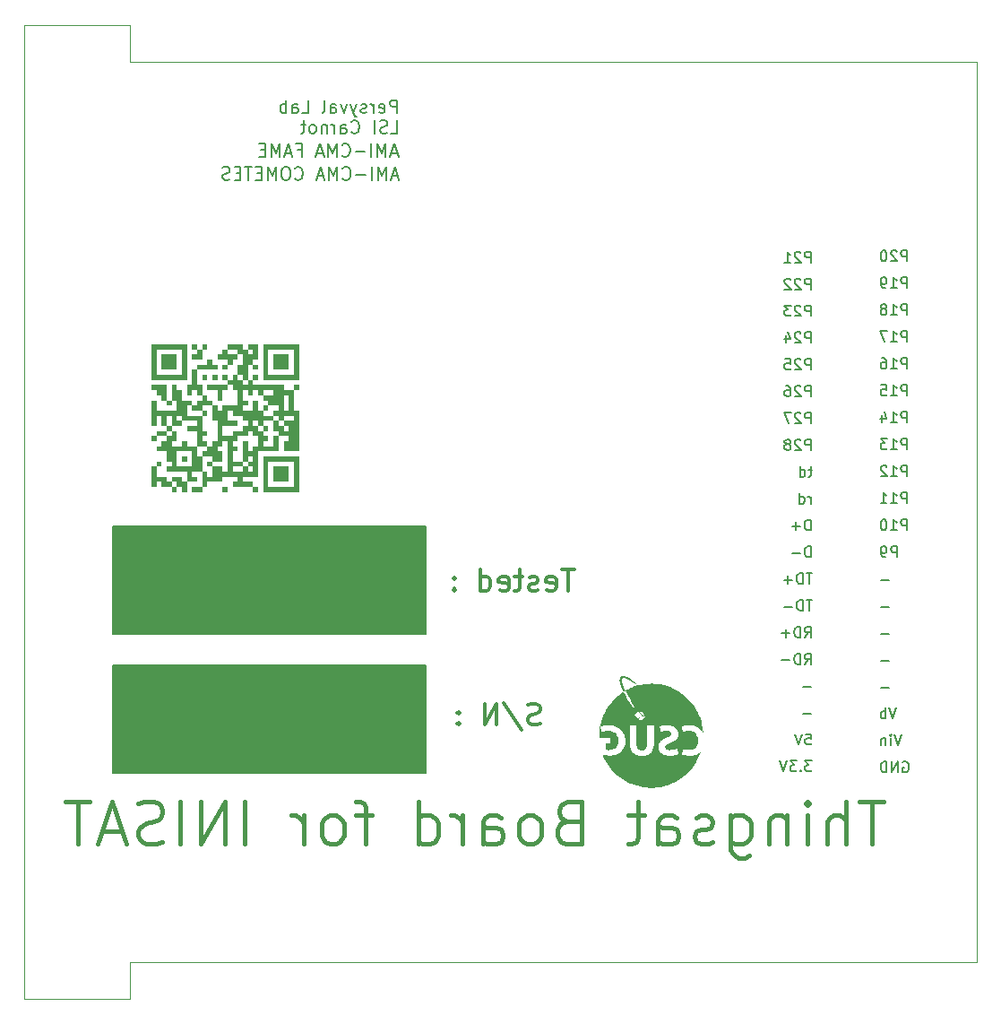
<source format=gbr>
%TF.GenerationSoftware,KiCad,Pcbnew,8.0.2-1*%
%TF.CreationDate,2024-10-14T16:45:23+02:00*%
%TF.ProjectId,Com_Nucleo-L432kc,436f6d5f-4e75-4636-9c65-6f2d4c343332,rev?*%
%TF.SameCoordinates,Original*%
%TF.FileFunction,Legend,Bot*%
%TF.FilePolarity,Positive*%
%FSLAX46Y46*%
G04 Gerber Fmt 4.6, Leading zero omitted, Abs format (unit mm)*
G04 Created by KiCad (PCBNEW 8.0.2-1) date 2024-10-14 16:45:23*
%MOMM*%
%LPD*%
G01*
G04 APERTURE LIST*
%ADD10C,0.150000*%
%ADD11C,0.300000*%
%ADD12C,0.200000*%
%ADD13C,0.400000*%
%ADD14C,0.000000*%
%TA.AperFunction,Profile*%
%ADD15C,0.100000*%
%TD*%
G04 APERTURE END LIST*
D10*
X72120000Y-103550000D02*
X101680000Y-103550000D01*
X101680000Y-113710000D01*
X72120000Y-113710000D01*
X72120000Y-103550000D01*
G36*
X72120000Y-103550000D02*
G01*
X101680000Y-103550000D01*
X101680000Y-113710000D01*
X72120000Y-113710000D01*
X72120000Y-103550000D01*
G37*
X72080000Y-90440000D02*
X101640000Y-90440000D01*
X101640000Y-100600000D01*
X72080000Y-100600000D01*
X72080000Y-90440000D01*
G36*
X72080000Y-90440000D02*
G01*
X101640000Y-90440000D01*
X101640000Y-100600000D01*
X72080000Y-100600000D01*
X72080000Y-90440000D01*
G37*
D11*
X115702155Y-94479638D02*
X114559298Y-94479638D01*
X115130727Y-96479638D02*
X115130727Y-94479638D01*
X113130726Y-96384400D02*
X113321202Y-96479638D01*
X113321202Y-96479638D02*
X113702155Y-96479638D01*
X113702155Y-96479638D02*
X113892631Y-96384400D01*
X113892631Y-96384400D02*
X113987869Y-96193923D01*
X113987869Y-96193923D02*
X113987869Y-95432019D01*
X113987869Y-95432019D02*
X113892631Y-95241542D01*
X113892631Y-95241542D02*
X113702155Y-95146304D01*
X113702155Y-95146304D02*
X113321202Y-95146304D01*
X113321202Y-95146304D02*
X113130726Y-95241542D01*
X113130726Y-95241542D02*
X113035488Y-95432019D01*
X113035488Y-95432019D02*
X113035488Y-95622495D01*
X113035488Y-95622495D02*
X113987869Y-95812971D01*
X112273583Y-96384400D02*
X112083107Y-96479638D01*
X112083107Y-96479638D02*
X111702155Y-96479638D01*
X111702155Y-96479638D02*
X111511678Y-96384400D01*
X111511678Y-96384400D02*
X111416440Y-96193923D01*
X111416440Y-96193923D02*
X111416440Y-96098685D01*
X111416440Y-96098685D02*
X111511678Y-95908209D01*
X111511678Y-95908209D02*
X111702155Y-95812971D01*
X111702155Y-95812971D02*
X111987869Y-95812971D01*
X111987869Y-95812971D02*
X112178345Y-95717733D01*
X112178345Y-95717733D02*
X112273583Y-95527257D01*
X112273583Y-95527257D02*
X112273583Y-95432019D01*
X112273583Y-95432019D02*
X112178345Y-95241542D01*
X112178345Y-95241542D02*
X111987869Y-95146304D01*
X111987869Y-95146304D02*
X111702155Y-95146304D01*
X111702155Y-95146304D02*
X111511678Y-95241542D01*
X110845011Y-95146304D02*
X110083107Y-95146304D01*
X110559297Y-94479638D02*
X110559297Y-96193923D01*
X110559297Y-96193923D02*
X110464059Y-96384400D01*
X110464059Y-96384400D02*
X110273583Y-96479638D01*
X110273583Y-96479638D02*
X110083107Y-96479638D01*
X108654535Y-96384400D02*
X108845011Y-96479638D01*
X108845011Y-96479638D02*
X109225964Y-96479638D01*
X109225964Y-96479638D02*
X109416440Y-96384400D01*
X109416440Y-96384400D02*
X109511678Y-96193923D01*
X109511678Y-96193923D02*
X109511678Y-95432019D01*
X109511678Y-95432019D02*
X109416440Y-95241542D01*
X109416440Y-95241542D02*
X109225964Y-95146304D01*
X109225964Y-95146304D02*
X108845011Y-95146304D01*
X108845011Y-95146304D02*
X108654535Y-95241542D01*
X108654535Y-95241542D02*
X108559297Y-95432019D01*
X108559297Y-95432019D02*
X108559297Y-95622495D01*
X108559297Y-95622495D02*
X109511678Y-95812971D01*
X106845011Y-96479638D02*
X106845011Y-94479638D01*
X106845011Y-96384400D02*
X107035487Y-96479638D01*
X107035487Y-96479638D02*
X107416440Y-96479638D01*
X107416440Y-96479638D02*
X107606916Y-96384400D01*
X107606916Y-96384400D02*
X107702154Y-96289161D01*
X107702154Y-96289161D02*
X107797392Y-96098685D01*
X107797392Y-96098685D02*
X107797392Y-95527257D01*
X107797392Y-95527257D02*
X107702154Y-95336780D01*
X107702154Y-95336780D02*
X107606916Y-95241542D01*
X107606916Y-95241542D02*
X107416440Y-95146304D01*
X107416440Y-95146304D02*
X107035487Y-95146304D01*
X107035487Y-95146304D02*
X106845011Y-95241542D01*
X104368820Y-96289161D02*
X104273582Y-96384400D01*
X104273582Y-96384400D02*
X104368820Y-96479638D01*
X104368820Y-96479638D02*
X104464058Y-96384400D01*
X104464058Y-96384400D02*
X104368820Y-96289161D01*
X104368820Y-96289161D02*
X104368820Y-96479638D01*
X104368820Y-95241542D02*
X104273582Y-95336780D01*
X104273582Y-95336780D02*
X104368820Y-95432019D01*
X104368820Y-95432019D02*
X104464058Y-95336780D01*
X104464058Y-95336780D02*
X104368820Y-95241542D01*
X104368820Y-95241542D02*
X104368820Y-95432019D01*
X112471679Y-109054400D02*
X112185965Y-109149638D01*
X112185965Y-109149638D02*
X111709774Y-109149638D01*
X111709774Y-109149638D02*
X111519298Y-109054400D01*
X111519298Y-109054400D02*
X111424060Y-108959161D01*
X111424060Y-108959161D02*
X111328822Y-108768685D01*
X111328822Y-108768685D02*
X111328822Y-108578209D01*
X111328822Y-108578209D02*
X111424060Y-108387733D01*
X111424060Y-108387733D02*
X111519298Y-108292495D01*
X111519298Y-108292495D02*
X111709774Y-108197257D01*
X111709774Y-108197257D02*
X112090727Y-108102019D01*
X112090727Y-108102019D02*
X112281203Y-108006780D01*
X112281203Y-108006780D02*
X112376441Y-107911542D01*
X112376441Y-107911542D02*
X112471679Y-107721066D01*
X112471679Y-107721066D02*
X112471679Y-107530590D01*
X112471679Y-107530590D02*
X112376441Y-107340114D01*
X112376441Y-107340114D02*
X112281203Y-107244876D01*
X112281203Y-107244876D02*
X112090727Y-107149638D01*
X112090727Y-107149638D02*
X111614536Y-107149638D01*
X111614536Y-107149638D02*
X111328822Y-107244876D01*
X109043108Y-107054400D02*
X110757393Y-109625828D01*
X108376441Y-109149638D02*
X108376441Y-107149638D01*
X108376441Y-107149638D02*
X107233584Y-109149638D01*
X107233584Y-109149638D02*
X107233584Y-107149638D01*
X104757393Y-108959161D02*
X104662155Y-109054400D01*
X104662155Y-109054400D02*
X104757393Y-109149638D01*
X104757393Y-109149638D02*
X104852631Y-109054400D01*
X104852631Y-109054400D02*
X104757393Y-108959161D01*
X104757393Y-108959161D02*
X104757393Y-109149638D01*
X104757393Y-107911542D02*
X104662155Y-108006780D01*
X104662155Y-108006780D02*
X104757393Y-108102019D01*
X104757393Y-108102019D02*
X104852631Y-108006780D01*
X104852631Y-108006780D02*
X104757393Y-107911542D01*
X104757393Y-107911542D02*
X104757393Y-108102019D01*
D12*
X98969850Y-55149885D02*
X98398422Y-55149885D01*
X99084136Y-55492742D02*
X98684136Y-54292742D01*
X98684136Y-54292742D02*
X98284136Y-55492742D01*
X97884136Y-55492742D02*
X97884136Y-54292742D01*
X97884136Y-54292742D02*
X97484136Y-55149885D01*
X97484136Y-55149885D02*
X97084136Y-54292742D01*
X97084136Y-54292742D02*
X97084136Y-55492742D01*
X96512707Y-55492742D02*
X96512707Y-54292742D01*
X95941278Y-55035600D02*
X95026993Y-55035600D01*
X93769850Y-55378457D02*
X93826993Y-55435600D01*
X93826993Y-55435600D02*
X93998421Y-55492742D01*
X93998421Y-55492742D02*
X94112707Y-55492742D01*
X94112707Y-55492742D02*
X94284136Y-55435600D01*
X94284136Y-55435600D02*
X94398421Y-55321314D01*
X94398421Y-55321314D02*
X94455564Y-55207028D01*
X94455564Y-55207028D02*
X94512707Y-54978457D01*
X94512707Y-54978457D02*
X94512707Y-54807028D01*
X94512707Y-54807028D02*
X94455564Y-54578457D01*
X94455564Y-54578457D02*
X94398421Y-54464171D01*
X94398421Y-54464171D02*
X94284136Y-54349885D01*
X94284136Y-54349885D02*
X94112707Y-54292742D01*
X94112707Y-54292742D02*
X93998421Y-54292742D01*
X93998421Y-54292742D02*
X93826993Y-54349885D01*
X93826993Y-54349885D02*
X93769850Y-54407028D01*
X93255564Y-55492742D02*
X93255564Y-54292742D01*
X93255564Y-54292742D02*
X92855564Y-55149885D01*
X92855564Y-55149885D02*
X92455564Y-54292742D01*
X92455564Y-54292742D02*
X92455564Y-55492742D01*
X91941278Y-55149885D02*
X91369850Y-55149885D01*
X92055564Y-55492742D02*
X91655564Y-54292742D01*
X91655564Y-54292742D02*
X91255564Y-55492742D01*
X89541278Y-54864171D02*
X89941278Y-54864171D01*
X89941278Y-55492742D02*
X89941278Y-54292742D01*
X89941278Y-54292742D02*
X89369850Y-54292742D01*
X88969850Y-55149885D02*
X88398422Y-55149885D01*
X89084136Y-55492742D02*
X88684136Y-54292742D01*
X88684136Y-54292742D02*
X88284136Y-55492742D01*
X87884136Y-55492742D02*
X87884136Y-54292742D01*
X87884136Y-54292742D02*
X87484136Y-55149885D01*
X87484136Y-55149885D02*
X87084136Y-54292742D01*
X87084136Y-54292742D02*
X87084136Y-55492742D01*
X86512707Y-54864171D02*
X86112707Y-54864171D01*
X85941279Y-55492742D02*
X86512707Y-55492742D01*
X86512707Y-55492742D02*
X86512707Y-54292742D01*
X86512707Y-54292742D02*
X85941279Y-54292742D01*
X99029850Y-57349885D02*
X98458422Y-57349885D01*
X99144136Y-57692742D02*
X98744136Y-56492742D01*
X98744136Y-56492742D02*
X98344136Y-57692742D01*
X97944136Y-57692742D02*
X97944136Y-56492742D01*
X97944136Y-56492742D02*
X97544136Y-57349885D01*
X97544136Y-57349885D02*
X97144136Y-56492742D01*
X97144136Y-56492742D02*
X97144136Y-57692742D01*
X96572707Y-57692742D02*
X96572707Y-56492742D01*
X96001278Y-57235600D02*
X95086993Y-57235600D01*
X93829850Y-57578457D02*
X93886993Y-57635600D01*
X93886993Y-57635600D02*
X94058421Y-57692742D01*
X94058421Y-57692742D02*
X94172707Y-57692742D01*
X94172707Y-57692742D02*
X94344136Y-57635600D01*
X94344136Y-57635600D02*
X94458421Y-57521314D01*
X94458421Y-57521314D02*
X94515564Y-57407028D01*
X94515564Y-57407028D02*
X94572707Y-57178457D01*
X94572707Y-57178457D02*
X94572707Y-57007028D01*
X94572707Y-57007028D02*
X94515564Y-56778457D01*
X94515564Y-56778457D02*
X94458421Y-56664171D01*
X94458421Y-56664171D02*
X94344136Y-56549885D01*
X94344136Y-56549885D02*
X94172707Y-56492742D01*
X94172707Y-56492742D02*
X94058421Y-56492742D01*
X94058421Y-56492742D02*
X93886993Y-56549885D01*
X93886993Y-56549885D02*
X93829850Y-56607028D01*
X93315564Y-57692742D02*
X93315564Y-56492742D01*
X93315564Y-56492742D02*
X92915564Y-57349885D01*
X92915564Y-57349885D02*
X92515564Y-56492742D01*
X92515564Y-56492742D02*
X92515564Y-57692742D01*
X92001278Y-57349885D02*
X91429850Y-57349885D01*
X92115564Y-57692742D02*
X91715564Y-56492742D01*
X91715564Y-56492742D02*
X91315564Y-57692742D01*
X89315564Y-57578457D02*
X89372707Y-57635600D01*
X89372707Y-57635600D02*
X89544135Y-57692742D01*
X89544135Y-57692742D02*
X89658421Y-57692742D01*
X89658421Y-57692742D02*
X89829850Y-57635600D01*
X89829850Y-57635600D02*
X89944135Y-57521314D01*
X89944135Y-57521314D02*
X90001278Y-57407028D01*
X90001278Y-57407028D02*
X90058421Y-57178457D01*
X90058421Y-57178457D02*
X90058421Y-57007028D01*
X90058421Y-57007028D02*
X90001278Y-56778457D01*
X90001278Y-56778457D02*
X89944135Y-56664171D01*
X89944135Y-56664171D02*
X89829850Y-56549885D01*
X89829850Y-56549885D02*
X89658421Y-56492742D01*
X89658421Y-56492742D02*
X89544135Y-56492742D01*
X89544135Y-56492742D02*
X89372707Y-56549885D01*
X89372707Y-56549885D02*
X89315564Y-56607028D01*
X88572707Y-56492742D02*
X88344135Y-56492742D01*
X88344135Y-56492742D02*
X88229850Y-56549885D01*
X88229850Y-56549885D02*
X88115564Y-56664171D01*
X88115564Y-56664171D02*
X88058421Y-56892742D01*
X88058421Y-56892742D02*
X88058421Y-57292742D01*
X88058421Y-57292742D02*
X88115564Y-57521314D01*
X88115564Y-57521314D02*
X88229850Y-57635600D01*
X88229850Y-57635600D02*
X88344135Y-57692742D01*
X88344135Y-57692742D02*
X88572707Y-57692742D01*
X88572707Y-57692742D02*
X88686993Y-57635600D01*
X88686993Y-57635600D02*
X88801278Y-57521314D01*
X88801278Y-57521314D02*
X88858421Y-57292742D01*
X88858421Y-57292742D02*
X88858421Y-56892742D01*
X88858421Y-56892742D02*
X88801278Y-56664171D01*
X88801278Y-56664171D02*
X88686993Y-56549885D01*
X88686993Y-56549885D02*
X88572707Y-56492742D01*
X87544135Y-57692742D02*
X87544135Y-56492742D01*
X87544135Y-56492742D02*
X87144135Y-57349885D01*
X87144135Y-57349885D02*
X86744135Y-56492742D01*
X86744135Y-56492742D02*
X86744135Y-57692742D01*
X86172706Y-57064171D02*
X85772706Y-57064171D01*
X85601278Y-57692742D02*
X86172706Y-57692742D01*
X86172706Y-57692742D02*
X86172706Y-56492742D01*
X86172706Y-56492742D02*
X85601278Y-56492742D01*
X85258421Y-56492742D02*
X84572707Y-56492742D01*
X84915564Y-57692742D02*
X84915564Y-56492742D01*
X84172706Y-57064171D02*
X83772706Y-57064171D01*
X83601278Y-57692742D02*
X84172706Y-57692742D01*
X84172706Y-57692742D02*
X84172706Y-56492742D01*
X84172706Y-56492742D02*
X83601278Y-56492742D01*
X83144135Y-57635600D02*
X82972707Y-57692742D01*
X82972707Y-57692742D02*
X82686992Y-57692742D01*
X82686992Y-57692742D02*
X82572707Y-57635600D01*
X82572707Y-57635600D02*
X82515564Y-57578457D01*
X82515564Y-57578457D02*
X82458421Y-57464171D01*
X82458421Y-57464171D02*
X82458421Y-57349885D01*
X82458421Y-57349885D02*
X82515564Y-57235600D01*
X82515564Y-57235600D02*
X82572707Y-57178457D01*
X82572707Y-57178457D02*
X82686992Y-57121314D01*
X82686992Y-57121314D02*
X82915564Y-57064171D01*
X82915564Y-57064171D02*
X83029849Y-57007028D01*
X83029849Y-57007028D02*
X83086992Y-56949885D01*
X83086992Y-56949885D02*
X83144135Y-56835600D01*
X83144135Y-56835600D02*
X83144135Y-56721314D01*
X83144135Y-56721314D02*
X83086992Y-56607028D01*
X83086992Y-56607028D02*
X83029849Y-56549885D01*
X83029849Y-56549885D02*
X82915564Y-56492742D01*
X82915564Y-56492742D02*
X82629849Y-56492742D01*
X82629849Y-56492742D02*
X82458421Y-56549885D01*
D13*
X144965890Y-116369676D02*
X142680176Y-116369676D01*
X143823033Y-120369676D02*
X143823033Y-116369676D01*
X141346843Y-120369676D02*
X141346843Y-116369676D01*
X139632557Y-120369676D02*
X139632557Y-118274438D01*
X139632557Y-118274438D02*
X139823033Y-117893485D01*
X139823033Y-117893485D02*
X140203985Y-117703009D01*
X140203985Y-117703009D02*
X140775414Y-117703009D01*
X140775414Y-117703009D02*
X141156366Y-117893485D01*
X141156366Y-117893485D02*
X141346843Y-118083961D01*
X137727795Y-120369676D02*
X137727795Y-117703009D01*
X137727795Y-116369676D02*
X137918271Y-116560152D01*
X137918271Y-116560152D02*
X137727795Y-116750628D01*
X137727795Y-116750628D02*
X137537318Y-116560152D01*
X137537318Y-116560152D02*
X137727795Y-116369676D01*
X137727795Y-116369676D02*
X137727795Y-116750628D01*
X135823033Y-117703009D02*
X135823033Y-120369676D01*
X135823033Y-118083961D02*
X135632556Y-117893485D01*
X135632556Y-117893485D02*
X135251604Y-117703009D01*
X135251604Y-117703009D02*
X134680175Y-117703009D01*
X134680175Y-117703009D02*
X134299223Y-117893485D01*
X134299223Y-117893485D02*
X134108747Y-118274438D01*
X134108747Y-118274438D02*
X134108747Y-120369676D01*
X130489699Y-117703009D02*
X130489699Y-120941104D01*
X130489699Y-120941104D02*
X130680175Y-121322057D01*
X130680175Y-121322057D02*
X130870651Y-121512533D01*
X130870651Y-121512533D02*
X131251604Y-121703009D01*
X131251604Y-121703009D02*
X131823032Y-121703009D01*
X131823032Y-121703009D02*
X132203985Y-121512533D01*
X130489699Y-120179200D02*
X130870651Y-120369676D01*
X130870651Y-120369676D02*
X131632556Y-120369676D01*
X131632556Y-120369676D02*
X132013508Y-120179200D01*
X132013508Y-120179200D02*
X132203985Y-119988723D01*
X132203985Y-119988723D02*
X132394461Y-119607771D01*
X132394461Y-119607771D02*
X132394461Y-118464914D01*
X132394461Y-118464914D02*
X132203985Y-118083961D01*
X132203985Y-118083961D02*
X132013508Y-117893485D01*
X132013508Y-117893485D02*
X131632556Y-117703009D01*
X131632556Y-117703009D02*
X130870651Y-117703009D01*
X130870651Y-117703009D02*
X130489699Y-117893485D01*
X128775413Y-120179200D02*
X128394460Y-120369676D01*
X128394460Y-120369676D02*
X127632556Y-120369676D01*
X127632556Y-120369676D02*
X127251603Y-120179200D01*
X127251603Y-120179200D02*
X127061127Y-119798247D01*
X127061127Y-119798247D02*
X127061127Y-119607771D01*
X127061127Y-119607771D02*
X127251603Y-119226819D01*
X127251603Y-119226819D02*
X127632556Y-119036342D01*
X127632556Y-119036342D02*
X128203984Y-119036342D01*
X128203984Y-119036342D02*
X128584937Y-118845866D01*
X128584937Y-118845866D02*
X128775413Y-118464914D01*
X128775413Y-118464914D02*
X128775413Y-118274438D01*
X128775413Y-118274438D02*
X128584937Y-117893485D01*
X128584937Y-117893485D02*
X128203984Y-117703009D01*
X128203984Y-117703009D02*
X127632556Y-117703009D01*
X127632556Y-117703009D02*
X127251603Y-117893485D01*
X123632556Y-120369676D02*
X123632556Y-118274438D01*
X123632556Y-118274438D02*
X123823032Y-117893485D01*
X123823032Y-117893485D02*
X124203984Y-117703009D01*
X124203984Y-117703009D02*
X124965889Y-117703009D01*
X124965889Y-117703009D02*
X125346842Y-117893485D01*
X123632556Y-120179200D02*
X124013508Y-120369676D01*
X124013508Y-120369676D02*
X124965889Y-120369676D01*
X124965889Y-120369676D02*
X125346842Y-120179200D01*
X125346842Y-120179200D02*
X125537318Y-119798247D01*
X125537318Y-119798247D02*
X125537318Y-119417295D01*
X125537318Y-119417295D02*
X125346842Y-119036342D01*
X125346842Y-119036342D02*
X124965889Y-118845866D01*
X124965889Y-118845866D02*
X124013508Y-118845866D01*
X124013508Y-118845866D02*
X123632556Y-118655390D01*
X122299222Y-117703009D02*
X120775413Y-117703009D01*
X121727794Y-116369676D02*
X121727794Y-119798247D01*
X121727794Y-119798247D02*
X121537317Y-120179200D01*
X121537317Y-120179200D02*
X121156365Y-120369676D01*
X121156365Y-120369676D02*
X120775413Y-120369676D01*
X115061127Y-118274438D02*
X114489699Y-118464914D01*
X114489699Y-118464914D02*
X114299222Y-118655390D01*
X114299222Y-118655390D02*
X114108746Y-119036342D01*
X114108746Y-119036342D02*
X114108746Y-119607771D01*
X114108746Y-119607771D02*
X114299222Y-119988723D01*
X114299222Y-119988723D02*
X114489699Y-120179200D01*
X114489699Y-120179200D02*
X114870651Y-120369676D01*
X114870651Y-120369676D02*
X116394461Y-120369676D01*
X116394461Y-120369676D02*
X116394461Y-116369676D01*
X116394461Y-116369676D02*
X115061127Y-116369676D01*
X115061127Y-116369676D02*
X114680175Y-116560152D01*
X114680175Y-116560152D02*
X114489699Y-116750628D01*
X114489699Y-116750628D02*
X114299222Y-117131580D01*
X114299222Y-117131580D02*
X114299222Y-117512533D01*
X114299222Y-117512533D02*
X114489699Y-117893485D01*
X114489699Y-117893485D02*
X114680175Y-118083961D01*
X114680175Y-118083961D02*
X115061127Y-118274438D01*
X115061127Y-118274438D02*
X116394461Y-118274438D01*
X111823032Y-120369676D02*
X112203984Y-120179200D01*
X112203984Y-120179200D02*
X112394461Y-119988723D01*
X112394461Y-119988723D02*
X112584937Y-119607771D01*
X112584937Y-119607771D02*
X112584937Y-118464914D01*
X112584937Y-118464914D02*
X112394461Y-118083961D01*
X112394461Y-118083961D02*
X112203984Y-117893485D01*
X112203984Y-117893485D02*
X111823032Y-117703009D01*
X111823032Y-117703009D02*
X111251603Y-117703009D01*
X111251603Y-117703009D02*
X110870651Y-117893485D01*
X110870651Y-117893485D02*
X110680175Y-118083961D01*
X110680175Y-118083961D02*
X110489699Y-118464914D01*
X110489699Y-118464914D02*
X110489699Y-119607771D01*
X110489699Y-119607771D02*
X110680175Y-119988723D01*
X110680175Y-119988723D02*
X110870651Y-120179200D01*
X110870651Y-120179200D02*
X111251603Y-120369676D01*
X111251603Y-120369676D02*
X111823032Y-120369676D01*
X107061127Y-120369676D02*
X107061127Y-118274438D01*
X107061127Y-118274438D02*
X107251603Y-117893485D01*
X107251603Y-117893485D02*
X107632555Y-117703009D01*
X107632555Y-117703009D02*
X108394460Y-117703009D01*
X108394460Y-117703009D02*
X108775413Y-117893485D01*
X107061127Y-120179200D02*
X107442079Y-120369676D01*
X107442079Y-120369676D02*
X108394460Y-120369676D01*
X108394460Y-120369676D02*
X108775413Y-120179200D01*
X108775413Y-120179200D02*
X108965889Y-119798247D01*
X108965889Y-119798247D02*
X108965889Y-119417295D01*
X108965889Y-119417295D02*
X108775413Y-119036342D01*
X108775413Y-119036342D02*
X108394460Y-118845866D01*
X108394460Y-118845866D02*
X107442079Y-118845866D01*
X107442079Y-118845866D02*
X107061127Y-118655390D01*
X105156365Y-120369676D02*
X105156365Y-117703009D01*
X105156365Y-118464914D02*
X104965888Y-118083961D01*
X104965888Y-118083961D02*
X104775412Y-117893485D01*
X104775412Y-117893485D02*
X104394460Y-117703009D01*
X104394460Y-117703009D02*
X104013507Y-117703009D01*
X100965889Y-120369676D02*
X100965889Y-116369676D01*
X100965889Y-120179200D02*
X101346841Y-120369676D01*
X101346841Y-120369676D02*
X102108746Y-120369676D01*
X102108746Y-120369676D02*
X102489698Y-120179200D01*
X102489698Y-120179200D02*
X102680175Y-119988723D01*
X102680175Y-119988723D02*
X102870651Y-119607771D01*
X102870651Y-119607771D02*
X102870651Y-118464914D01*
X102870651Y-118464914D02*
X102680175Y-118083961D01*
X102680175Y-118083961D02*
X102489698Y-117893485D01*
X102489698Y-117893485D02*
X102108746Y-117703009D01*
X102108746Y-117703009D02*
X101346841Y-117703009D01*
X101346841Y-117703009D02*
X100965889Y-117893485D01*
X96584936Y-117703009D02*
X95061127Y-117703009D01*
X96013508Y-120369676D02*
X96013508Y-116941104D01*
X96013508Y-116941104D02*
X95823031Y-116560152D01*
X95823031Y-116560152D02*
X95442079Y-116369676D01*
X95442079Y-116369676D02*
X95061127Y-116369676D01*
X93156365Y-120369676D02*
X93537317Y-120179200D01*
X93537317Y-120179200D02*
X93727794Y-119988723D01*
X93727794Y-119988723D02*
X93918270Y-119607771D01*
X93918270Y-119607771D02*
X93918270Y-118464914D01*
X93918270Y-118464914D02*
X93727794Y-118083961D01*
X93727794Y-118083961D02*
X93537317Y-117893485D01*
X93537317Y-117893485D02*
X93156365Y-117703009D01*
X93156365Y-117703009D02*
X92584936Y-117703009D01*
X92584936Y-117703009D02*
X92203984Y-117893485D01*
X92203984Y-117893485D02*
X92013508Y-118083961D01*
X92013508Y-118083961D02*
X91823032Y-118464914D01*
X91823032Y-118464914D02*
X91823032Y-119607771D01*
X91823032Y-119607771D02*
X92013508Y-119988723D01*
X92013508Y-119988723D02*
X92203984Y-120179200D01*
X92203984Y-120179200D02*
X92584936Y-120369676D01*
X92584936Y-120369676D02*
X93156365Y-120369676D01*
X90108746Y-120369676D02*
X90108746Y-117703009D01*
X90108746Y-118464914D02*
X89918269Y-118083961D01*
X89918269Y-118083961D02*
X89727793Y-117893485D01*
X89727793Y-117893485D02*
X89346841Y-117703009D01*
X89346841Y-117703009D02*
X88965888Y-117703009D01*
X84584937Y-120369676D02*
X84584937Y-116369676D01*
X82680175Y-120369676D02*
X82680175Y-116369676D01*
X82680175Y-116369676D02*
X80394460Y-120369676D01*
X80394460Y-120369676D02*
X80394460Y-116369676D01*
X78489699Y-120369676D02*
X78489699Y-116369676D01*
X76775413Y-120179200D02*
X76203984Y-120369676D01*
X76203984Y-120369676D02*
X75251603Y-120369676D01*
X75251603Y-120369676D02*
X74870651Y-120179200D01*
X74870651Y-120179200D02*
X74680175Y-119988723D01*
X74680175Y-119988723D02*
X74489698Y-119607771D01*
X74489698Y-119607771D02*
X74489698Y-119226819D01*
X74489698Y-119226819D02*
X74680175Y-118845866D01*
X74680175Y-118845866D02*
X74870651Y-118655390D01*
X74870651Y-118655390D02*
X75251603Y-118464914D01*
X75251603Y-118464914D02*
X76013508Y-118274438D01*
X76013508Y-118274438D02*
X76394460Y-118083961D01*
X76394460Y-118083961D02*
X76584937Y-117893485D01*
X76584937Y-117893485D02*
X76775413Y-117512533D01*
X76775413Y-117512533D02*
X76775413Y-117131580D01*
X76775413Y-117131580D02*
X76584937Y-116750628D01*
X76584937Y-116750628D02*
X76394460Y-116560152D01*
X76394460Y-116560152D02*
X76013508Y-116369676D01*
X76013508Y-116369676D02*
X75061127Y-116369676D01*
X75061127Y-116369676D02*
X74489698Y-116560152D01*
X72965889Y-119226819D02*
X71061127Y-119226819D01*
X73346841Y-120369676D02*
X72013508Y-116369676D01*
X72013508Y-116369676D02*
X70680174Y-120369676D01*
X69918270Y-116369676D02*
X67632556Y-116369676D01*
X68775413Y-120369676D02*
X68775413Y-116369676D01*
D12*
X98952707Y-51360809D02*
X98952707Y-50160809D01*
X98952707Y-50160809D02*
X98495564Y-50160809D01*
X98495564Y-50160809D02*
X98381279Y-50217952D01*
X98381279Y-50217952D02*
X98324136Y-50275095D01*
X98324136Y-50275095D02*
X98266993Y-50389381D01*
X98266993Y-50389381D02*
X98266993Y-50560809D01*
X98266993Y-50560809D02*
X98324136Y-50675095D01*
X98324136Y-50675095D02*
X98381279Y-50732238D01*
X98381279Y-50732238D02*
X98495564Y-50789381D01*
X98495564Y-50789381D02*
X98952707Y-50789381D01*
X97295564Y-51303667D02*
X97409850Y-51360809D01*
X97409850Y-51360809D02*
X97638422Y-51360809D01*
X97638422Y-51360809D02*
X97752707Y-51303667D01*
X97752707Y-51303667D02*
X97809850Y-51189381D01*
X97809850Y-51189381D02*
X97809850Y-50732238D01*
X97809850Y-50732238D02*
X97752707Y-50617952D01*
X97752707Y-50617952D02*
X97638422Y-50560809D01*
X97638422Y-50560809D02*
X97409850Y-50560809D01*
X97409850Y-50560809D02*
X97295564Y-50617952D01*
X97295564Y-50617952D02*
X97238422Y-50732238D01*
X97238422Y-50732238D02*
X97238422Y-50846524D01*
X97238422Y-50846524D02*
X97809850Y-50960809D01*
X96724136Y-51360809D02*
X96724136Y-50560809D01*
X96724136Y-50789381D02*
X96666993Y-50675095D01*
X96666993Y-50675095D02*
X96609851Y-50617952D01*
X96609851Y-50617952D02*
X96495565Y-50560809D01*
X96495565Y-50560809D02*
X96381279Y-50560809D01*
X96038422Y-51303667D02*
X95924136Y-51360809D01*
X95924136Y-51360809D02*
X95695565Y-51360809D01*
X95695565Y-51360809D02*
X95581279Y-51303667D01*
X95581279Y-51303667D02*
X95524136Y-51189381D01*
X95524136Y-51189381D02*
X95524136Y-51132238D01*
X95524136Y-51132238D02*
X95581279Y-51017952D01*
X95581279Y-51017952D02*
X95695565Y-50960809D01*
X95695565Y-50960809D02*
X95866994Y-50960809D01*
X95866994Y-50960809D02*
X95981279Y-50903667D01*
X95981279Y-50903667D02*
X96038422Y-50789381D01*
X96038422Y-50789381D02*
X96038422Y-50732238D01*
X96038422Y-50732238D02*
X95981279Y-50617952D01*
X95981279Y-50617952D02*
X95866994Y-50560809D01*
X95866994Y-50560809D02*
X95695565Y-50560809D01*
X95695565Y-50560809D02*
X95581279Y-50617952D01*
X95124136Y-50560809D02*
X94838422Y-51360809D01*
X94552707Y-50560809D02*
X94838422Y-51360809D01*
X94838422Y-51360809D02*
X94952707Y-51646524D01*
X94952707Y-51646524D02*
X95009850Y-51703667D01*
X95009850Y-51703667D02*
X95124136Y-51760809D01*
X94209850Y-50560809D02*
X93924136Y-51360809D01*
X93924136Y-51360809D02*
X93638421Y-50560809D01*
X92666993Y-51360809D02*
X92666993Y-50732238D01*
X92666993Y-50732238D02*
X92724135Y-50617952D01*
X92724135Y-50617952D02*
X92838421Y-50560809D01*
X92838421Y-50560809D02*
X93066993Y-50560809D01*
X93066993Y-50560809D02*
X93181278Y-50617952D01*
X92666993Y-51303667D02*
X92781278Y-51360809D01*
X92781278Y-51360809D02*
X93066993Y-51360809D01*
X93066993Y-51360809D02*
X93181278Y-51303667D01*
X93181278Y-51303667D02*
X93238421Y-51189381D01*
X93238421Y-51189381D02*
X93238421Y-51075095D01*
X93238421Y-51075095D02*
X93181278Y-50960809D01*
X93181278Y-50960809D02*
X93066993Y-50903667D01*
X93066993Y-50903667D02*
X92781278Y-50903667D01*
X92781278Y-50903667D02*
X92666993Y-50846524D01*
X91924136Y-51360809D02*
X92038421Y-51303667D01*
X92038421Y-51303667D02*
X92095564Y-51189381D01*
X92095564Y-51189381D02*
X92095564Y-50160809D01*
X89981279Y-51360809D02*
X90552707Y-51360809D01*
X90552707Y-51360809D02*
X90552707Y-50160809D01*
X89066993Y-51360809D02*
X89066993Y-50732238D01*
X89066993Y-50732238D02*
X89124135Y-50617952D01*
X89124135Y-50617952D02*
X89238421Y-50560809D01*
X89238421Y-50560809D02*
X89466993Y-50560809D01*
X89466993Y-50560809D02*
X89581278Y-50617952D01*
X89066993Y-51303667D02*
X89181278Y-51360809D01*
X89181278Y-51360809D02*
X89466993Y-51360809D01*
X89466993Y-51360809D02*
X89581278Y-51303667D01*
X89581278Y-51303667D02*
X89638421Y-51189381D01*
X89638421Y-51189381D02*
X89638421Y-51075095D01*
X89638421Y-51075095D02*
X89581278Y-50960809D01*
X89581278Y-50960809D02*
X89466993Y-50903667D01*
X89466993Y-50903667D02*
X89181278Y-50903667D01*
X89181278Y-50903667D02*
X89066993Y-50846524D01*
X88495564Y-51360809D02*
X88495564Y-50160809D01*
X88495564Y-50617952D02*
X88381279Y-50560809D01*
X88381279Y-50560809D02*
X88152707Y-50560809D01*
X88152707Y-50560809D02*
X88038421Y-50617952D01*
X88038421Y-50617952D02*
X87981279Y-50675095D01*
X87981279Y-50675095D02*
X87924136Y-50789381D01*
X87924136Y-50789381D02*
X87924136Y-51132238D01*
X87924136Y-51132238D02*
X87981279Y-51246524D01*
X87981279Y-51246524D02*
X88038421Y-51303667D01*
X88038421Y-51303667D02*
X88152707Y-51360809D01*
X88152707Y-51360809D02*
X88381279Y-51360809D01*
X88381279Y-51360809D02*
X88495564Y-51303667D01*
X98381279Y-53292742D02*
X98952707Y-53292742D01*
X98952707Y-53292742D02*
X98952707Y-52092742D01*
X98038421Y-53235600D02*
X97866993Y-53292742D01*
X97866993Y-53292742D02*
X97581278Y-53292742D01*
X97581278Y-53292742D02*
X97466993Y-53235600D01*
X97466993Y-53235600D02*
X97409850Y-53178457D01*
X97409850Y-53178457D02*
X97352707Y-53064171D01*
X97352707Y-53064171D02*
X97352707Y-52949885D01*
X97352707Y-52949885D02*
X97409850Y-52835600D01*
X97409850Y-52835600D02*
X97466993Y-52778457D01*
X97466993Y-52778457D02*
X97581278Y-52721314D01*
X97581278Y-52721314D02*
X97809850Y-52664171D01*
X97809850Y-52664171D02*
X97924135Y-52607028D01*
X97924135Y-52607028D02*
X97981278Y-52549885D01*
X97981278Y-52549885D02*
X98038421Y-52435600D01*
X98038421Y-52435600D02*
X98038421Y-52321314D01*
X98038421Y-52321314D02*
X97981278Y-52207028D01*
X97981278Y-52207028D02*
X97924135Y-52149885D01*
X97924135Y-52149885D02*
X97809850Y-52092742D01*
X97809850Y-52092742D02*
X97524135Y-52092742D01*
X97524135Y-52092742D02*
X97352707Y-52149885D01*
X96838421Y-53292742D02*
X96838421Y-52092742D01*
X94666992Y-53178457D02*
X94724135Y-53235600D01*
X94724135Y-53235600D02*
X94895563Y-53292742D01*
X94895563Y-53292742D02*
X95009849Y-53292742D01*
X95009849Y-53292742D02*
X95181278Y-53235600D01*
X95181278Y-53235600D02*
X95295563Y-53121314D01*
X95295563Y-53121314D02*
X95352706Y-53007028D01*
X95352706Y-53007028D02*
X95409849Y-52778457D01*
X95409849Y-52778457D02*
X95409849Y-52607028D01*
X95409849Y-52607028D02*
X95352706Y-52378457D01*
X95352706Y-52378457D02*
X95295563Y-52264171D01*
X95295563Y-52264171D02*
X95181278Y-52149885D01*
X95181278Y-52149885D02*
X95009849Y-52092742D01*
X95009849Y-52092742D02*
X94895563Y-52092742D01*
X94895563Y-52092742D02*
X94724135Y-52149885D01*
X94724135Y-52149885D02*
X94666992Y-52207028D01*
X93638421Y-53292742D02*
X93638421Y-52664171D01*
X93638421Y-52664171D02*
X93695563Y-52549885D01*
X93695563Y-52549885D02*
X93809849Y-52492742D01*
X93809849Y-52492742D02*
X94038421Y-52492742D01*
X94038421Y-52492742D02*
X94152706Y-52549885D01*
X93638421Y-53235600D02*
X93752706Y-53292742D01*
X93752706Y-53292742D02*
X94038421Y-53292742D01*
X94038421Y-53292742D02*
X94152706Y-53235600D01*
X94152706Y-53235600D02*
X94209849Y-53121314D01*
X94209849Y-53121314D02*
X94209849Y-53007028D01*
X94209849Y-53007028D02*
X94152706Y-52892742D01*
X94152706Y-52892742D02*
X94038421Y-52835600D01*
X94038421Y-52835600D02*
X93752706Y-52835600D01*
X93752706Y-52835600D02*
X93638421Y-52778457D01*
X93066992Y-53292742D02*
X93066992Y-52492742D01*
X93066992Y-52721314D02*
X93009849Y-52607028D01*
X93009849Y-52607028D02*
X92952707Y-52549885D01*
X92952707Y-52549885D02*
X92838421Y-52492742D01*
X92838421Y-52492742D02*
X92724135Y-52492742D01*
X92324135Y-52492742D02*
X92324135Y-53292742D01*
X92324135Y-52607028D02*
X92266992Y-52549885D01*
X92266992Y-52549885D02*
X92152707Y-52492742D01*
X92152707Y-52492742D02*
X91981278Y-52492742D01*
X91981278Y-52492742D02*
X91866992Y-52549885D01*
X91866992Y-52549885D02*
X91809850Y-52664171D01*
X91809850Y-52664171D02*
X91809850Y-53292742D01*
X91066993Y-53292742D02*
X91181278Y-53235600D01*
X91181278Y-53235600D02*
X91238421Y-53178457D01*
X91238421Y-53178457D02*
X91295564Y-53064171D01*
X91295564Y-53064171D02*
X91295564Y-52721314D01*
X91295564Y-52721314D02*
X91238421Y-52607028D01*
X91238421Y-52607028D02*
X91181278Y-52549885D01*
X91181278Y-52549885D02*
X91066993Y-52492742D01*
X91066993Y-52492742D02*
X90895564Y-52492742D01*
X90895564Y-52492742D02*
X90781278Y-52549885D01*
X90781278Y-52549885D02*
X90724136Y-52607028D01*
X90724136Y-52607028D02*
X90666993Y-52721314D01*
X90666993Y-52721314D02*
X90666993Y-53064171D01*
X90666993Y-53064171D02*
X90724136Y-53178457D01*
X90724136Y-53178457D02*
X90781278Y-53235600D01*
X90781278Y-53235600D02*
X90895564Y-53292742D01*
X90895564Y-53292742D02*
X91066993Y-53292742D01*
X90324136Y-52492742D02*
X89866993Y-52492742D01*
X90152707Y-52092742D02*
X90152707Y-53121314D01*
X90152707Y-53121314D02*
X90095564Y-53235600D01*
X90095564Y-53235600D02*
X89981279Y-53292742D01*
X89981279Y-53292742D02*
X89866993Y-53292742D01*
D10*
X138040951Y-108112420D02*
X137279047Y-108112420D01*
X147124285Y-80612319D02*
X147124285Y-79612319D01*
X147124285Y-79612319D02*
X146743333Y-79612319D01*
X146743333Y-79612319D02*
X146648095Y-79659938D01*
X146648095Y-79659938D02*
X146600476Y-79707557D01*
X146600476Y-79707557D02*
X146552857Y-79802795D01*
X146552857Y-79802795D02*
X146552857Y-79945652D01*
X146552857Y-79945652D02*
X146600476Y-80040890D01*
X146600476Y-80040890D02*
X146648095Y-80088509D01*
X146648095Y-80088509D02*
X146743333Y-80136128D01*
X146743333Y-80136128D02*
X147124285Y-80136128D01*
X145600476Y-80612319D02*
X146171904Y-80612319D01*
X145886190Y-80612319D02*
X145886190Y-79612319D01*
X145886190Y-79612319D02*
X145981428Y-79755176D01*
X145981428Y-79755176D02*
X146076666Y-79850414D01*
X146076666Y-79850414D02*
X146171904Y-79898033D01*
X144743333Y-79945652D02*
X144743333Y-80612319D01*
X144981428Y-79564700D02*
X145219523Y-80278985D01*
X145219523Y-80278985D02*
X144600476Y-80278985D01*
X138183809Y-85061449D02*
X137802857Y-85061449D01*
X138040952Y-84728116D02*
X138040952Y-85585258D01*
X138040952Y-85585258D02*
X137993333Y-85680497D01*
X137993333Y-85680497D02*
X137898095Y-85728116D01*
X137898095Y-85728116D02*
X137802857Y-85728116D01*
X137040952Y-85728116D02*
X137040952Y-84728116D01*
X137040952Y-85680497D02*
X137136190Y-85728116D01*
X137136190Y-85728116D02*
X137326666Y-85728116D01*
X137326666Y-85728116D02*
X137421904Y-85680497D01*
X137421904Y-85680497D02*
X137469523Y-85632877D01*
X137469523Y-85632877D02*
X137517142Y-85537639D01*
X137517142Y-85537639D02*
X137517142Y-85251925D01*
X137517142Y-85251925D02*
X137469523Y-85156687D01*
X137469523Y-85156687D02*
X137421904Y-85109068D01*
X137421904Y-85109068D02*
X137326666Y-85061449D01*
X137326666Y-85061449D02*
X137136190Y-85061449D01*
X137136190Y-85061449D02*
X137040952Y-85109068D01*
X138183809Y-97375481D02*
X137612381Y-97375481D01*
X137898095Y-98375481D02*
X137898095Y-97375481D01*
X137279047Y-98375481D02*
X137279047Y-97375481D01*
X137279047Y-97375481D02*
X137040952Y-97375481D01*
X137040952Y-97375481D02*
X136898095Y-97423100D01*
X136898095Y-97423100D02*
X136802857Y-97518338D01*
X136802857Y-97518338D02*
X136755238Y-97613576D01*
X136755238Y-97613576D02*
X136707619Y-97804052D01*
X136707619Y-97804052D02*
X136707619Y-97946909D01*
X136707619Y-97946909D02*
X136755238Y-98137385D01*
X136755238Y-98137385D02*
X136802857Y-98232623D01*
X136802857Y-98232623D02*
X136898095Y-98327862D01*
X136898095Y-98327862D02*
X137040952Y-98375481D01*
X137040952Y-98375481D02*
X137279047Y-98375481D01*
X136279047Y-97994528D02*
X135517143Y-97994528D01*
X138040952Y-78139697D02*
X138040952Y-77139697D01*
X138040952Y-77139697D02*
X137660000Y-77139697D01*
X137660000Y-77139697D02*
X137564762Y-77187316D01*
X137564762Y-77187316D02*
X137517143Y-77234935D01*
X137517143Y-77234935D02*
X137469524Y-77330173D01*
X137469524Y-77330173D02*
X137469524Y-77473030D01*
X137469524Y-77473030D02*
X137517143Y-77568268D01*
X137517143Y-77568268D02*
X137564762Y-77615887D01*
X137564762Y-77615887D02*
X137660000Y-77663506D01*
X137660000Y-77663506D02*
X138040952Y-77663506D01*
X137088571Y-77234935D02*
X137040952Y-77187316D01*
X137040952Y-77187316D02*
X136945714Y-77139697D01*
X136945714Y-77139697D02*
X136707619Y-77139697D01*
X136707619Y-77139697D02*
X136612381Y-77187316D01*
X136612381Y-77187316D02*
X136564762Y-77234935D01*
X136564762Y-77234935D02*
X136517143Y-77330173D01*
X136517143Y-77330173D02*
X136517143Y-77425411D01*
X136517143Y-77425411D02*
X136564762Y-77568268D01*
X136564762Y-77568268D02*
X137136190Y-78139697D01*
X137136190Y-78139697D02*
X136517143Y-78139697D01*
X135660000Y-77139697D02*
X135850476Y-77139697D01*
X135850476Y-77139697D02*
X135945714Y-77187316D01*
X135945714Y-77187316D02*
X135993333Y-77234935D01*
X135993333Y-77234935D02*
X136088571Y-77377792D01*
X136088571Y-77377792D02*
X136136190Y-77568268D01*
X136136190Y-77568268D02*
X136136190Y-77949220D01*
X136136190Y-77949220D02*
X136088571Y-78044458D01*
X136088571Y-78044458D02*
X136040952Y-78092078D01*
X136040952Y-78092078D02*
X135945714Y-78139697D01*
X135945714Y-78139697D02*
X135755238Y-78139697D01*
X135755238Y-78139697D02*
X135660000Y-78092078D01*
X135660000Y-78092078D02*
X135612381Y-78044458D01*
X135612381Y-78044458D02*
X135564762Y-77949220D01*
X135564762Y-77949220D02*
X135564762Y-77711125D01*
X135564762Y-77711125D02*
X135612381Y-77615887D01*
X135612381Y-77615887D02*
X135660000Y-77568268D01*
X135660000Y-77568268D02*
X135755238Y-77520649D01*
X135755238Y-77520649D02*
X135945714Y-77520649D01*
X135945714Y-77520649D02*
X136040952Y-77568268D01*
X136040952Y-77568268D02*
X136088571Y-77615887D01*
X136088571Y-77615887D02*
X136136190Y-77711125D01*
X138040951Y-105582947D02*
X137279047Y-105582947D01*
X147124285Y-65372319D02*
X147124285Y-64372319D01*
X147124285Y-64372319D02*
X146743333Y-64372319D01*
X146743333Y-64372319D02*
X146648095Y-64419938D01*
X146648095Y-64419938D02*
X146600476Y-64467557D01*
X146600476Y-64467557D02*
X146552857Y-64562795D01*
X146552857Y-64562795D02*
X146552857Y-64705652D01*
X146552857Y-64705652D02*
X146600476Y-64800890D01*
X146600476Y-64800890D02*
X146648095Y-64848509D01*
X146648095Y-64848509D02*
X146743333Y-64896128D01*
X146743333Y-64896128D02*
X147124285Y-64896128D01*
X146171904Y-64467557D02*
X146124285Y-64419938D01*
X146124285Y-64419938D02*
X146029047Y-64372319D01*
X146029047Y-64372319D02*
X145790952Y-64372319D01*
X145790952Y-64372319D02*
X145695714Y-64419938D01*
X145695714Y-64419938D02*
X145648095Y-64467557D01*
X145648095Y-64467557D02*
X145600476Y-64562795D01*
X145600476Y-64562795D02*
X145600476Y-64658033D01*
X145600476Y-64658033D02*
X145648095Y-64800890D01*
X145648095Y-64800890D02*
X146219523Y-65372319D01*
X146219523Y-65372319D02*
X145600476Y-65372319D01*
X144981428Y-64372319D02*
X144886190Y-64372319D01*
X144886190Y-64372319D02*
X144790952Y-64419938D01*
X144790952Y-64419938D02*
X144743333Y-64467557D01*
X144743333Y-64467557D02*
X144695714Y-64562795D01*
X144695714Y-64562795D02*
X144648095Y-64753271D01*
X144648095Y-64753271D02*
X144648095Y-64991366D01*
X144648095Y-64991366D02*
X144695714Y-65181842D01*
X144695714Y-65181842D02*
X144743333Y-65277080D01*
X144743333Y-65277080D02*
X144790952Y-65324700D01*
X144790952Y-65324700D02*
X144886190Y-65372319D01*
X144886190Y-65372319D02*
X144981428Y-65372319D01*
X144981428Y-65372319D02*
X145076666Y-65324700D01*
X145076666Y-65324700D02*
X145124285Y-65277080D01*
X145124285Y-65277080D02*
X145171904Y-65181842D01*
X145171904Y-65181842D02*
X145219523Y-64991366D01*
X145219523Y-64991366D02*
X145219523Y-64753271D01*
X145219523Y-64753271D02*
X145171904Y-64562795D01*
X145171904Y-64562795D02*
X145124285Y-64467557D01*
X145124285Y-64467557D02*
X145076666Y-64419938D01*
X145076666Y-64419938D02*
X144981428Y-64372319D01*
X138040952Y-65492319D02*
X138040952Y-64492319D01*
X138040952Y-64492319D02*
X137660000Y-64492319D01*
X137660000Y-64492319D02*
X137564762Y-64539938D01*
X137564762Y-64539938D02*
X137517143Y-64587557D01*
X137517143Y-64587557D02*
X137469524Y-64682795D01*
X137469524Y-64682795D02*
X137469524Y-64825652D01*
X137469524Y-64825652D02*
X137517143Y-64920890D01*
X137517143Y-64920890D02*
X137564762Y-64968509D01*
X137564762Y-64968509D02*
X137660000Y-65016128D01*
X137660000Y-65016128D02*
X138040952Y-65016128D01*
X137088571Y-64587557D02*
X137040952Y-64539938D01*
X137040952Y-64539938D02*
X136945714Y-64492319D01*
X136945714Y-64492319D02*
X136707619Y-64492319D01*
X136707619Y-64492319D02*
X136612381Y-64539938D01*
X136612381Y-64539938D02*
X136564762Y-64587557D01*
X136564762Y-64587557D02*
X136517143Y-64682795D01*
X136517143Y-64682795D02*
X136517143Y-64778033D01*
X136517143Y-64778033D02*
X136564762Y-64920890D01*
X136564762Y-64920890D02*
X137136190Y-65492319D01*
X137136190Y-65492319D02*
X136517143Y-65492319D01*
X135564762Y-65492319D02*
X136136190Y-65492319D01*
X135850476Y-65492319D02*
X135850476Y-64492319D01*
X135850476Y-64492319D02*
X135945714Y-64635176D01*
X135945714Y-64635176D02*
X136040952Y-64730414D01*
X136040952Y-64730414D02*
X136136190Y-64778033D01*
X138040952Y-83198643D02*
X138040952Y-82198643D01*
X138040952Y-82198643D02*
X137660000Y-82198643D01*
X137660000Y-82198643D02*
X137564762Y-82246262D01*
X137564762Y-82246262D02*
X137517143Y-82293881D01*
X137517143Y-82293881D02*
X137469524Y-82389119D01*
X137469524Y-82389119D02*
X137469524Y-82531976D01*
X137469524Y-82531976D02*
X137517143Y-82627214D01*
X137517143Y-82627214D02*
X137564762Y-82674833D01*
X137564762Y-82674833D02*
X137660000Y-82722452D01*
X137660000Y-82722452D02*
X138040952Y-82722452D01*
X137088571Y-82293881D02*
X137040952Y-82246262D01*
X137040952Y-82246262D02*
X136945714Y-82198643D01*
X136945714Y-82198643D02*
X136707619Y-82198643D01*
X136707619Y-82198643D02*
X136612381Y-82246262D01*
X136612381Y-82246262D02*
X136564762Y-82293881D01*
X136564762Y-82293881D02*
X136517143Y-82389119D01*
X136517143Y-82389119D02*
X136517143Y-82484357D01*
X136517143Y-82484357D02*
X136564762Y-82627214D01*
X136564762Y-82627214D02*
X137136190Y-83198643D01*
X137136190Y-83198643D02*
X136517143Y-83198643D01*
X135945714Y-82627214D02*
X136040952Y-82579595D01*
X136040952Y-82579595D02*
X136088571Y-82531976D01*
X136088571Y-82531976D02*
X136136190Y-82436738D01*
X136136190Y-82436738D02*
X136136190Y-82389119D01*
X136136190Y-82389119D02*
X136088571Y-82293881D01*
X136088571Y-82293881D02*
X136040952Y-82246262D01*
X136040952Y-82246262D02*
X135945714Y-82198643D01*
X135945714Y-82198643D02*
X135755238Y-82198643D01*
X135755238Y-82198643D02*
X135660000Y-82246262D01*
X135660000Y-82246262D02*
X135612381Y-82293881D01*
X135612381Y-82293881D02*
X135564762Y-82389119D01*
X135564762Y-82389119D02*
X135564762Y-82436738D01*
X135564762Y-82436738D02*
X135612381Y-82531976D01*
X135612381Y-82531976D02*
X135660000Y-82579595D01*
X135660000Y-82579595D02*
X135755238Y-82627214D01*
X135755238Y-82627214D02*
X135945714Y-82627214D01*
X135945714Y-82627214D02*
X136040952Y-82674833D01*
X136040952Y-82674833D02*
X136088571Y-82722452D01*
X136088571Y-82722452D02*
X136136190Y-82817690D01*
X136136190Y-82817690D02*
X136136190Y-83008166D01*
X136136190Y-83008166D02*
X136088571Y-83103404D01*
X136088571Y-83103404D02*
X136040952Y-83151024D01*
X136040952Y-83151024D02*
X135945714Y-83198643D01*
X135945714Y-83198643D02*
X135755238Y-83198643D01*
X135755238Y-83198643D02*
X135660000Y-83151024D01*
X135660000Y-83151024D02*
X135612381Y-83103404D01*
X135612381Y-83103404D02*
X135564762Y-83008166D01*
X135564762Y-83008166D02*
X135564762Y-82817690D01*
X135564762Y-82817690D02*
X135612381Y-82722452D01*
X135612381Y-82722452D02*
X135660000Y-82674833D01*
X135660000Y-82674833D02*
X135755238Y-82627214D01*
X146600474Y-110092319D02*
X146267141Y-111092319D01*
X146267141Y-111092319D02*
X145933808Y-110092319D01*
X145600474Y-111092319D02*
X145600474Y-110425652D01*
X145600474Y-110092319D02*
X145648093Y-110139938D01*
X145648093Y-110139938D02*
X145600474Y-110187557D01*
X145600474Y-110187557D02*
X145552855Y-110139938D01*
X145552855Y-110139938D02*
X145600474Y-110092319D01*
X145600474Y-110092319D02*
X145600474Y-110187557D01*
X145124284Y-110425652D02*
X145124284Y-111092319D01*
X145124284Y-110520890D02*
X145076665Y-110473271D01*
X145076665Y-110473271D02*
X144981427Y-110425652D01*
X144981427Y-110425652D02*
X144838570Y-110425652D01*
X144838570Y-110425652D02*
X144743332Y-110473271D01*
X144743332Y-110473271D02*
X144695713Y-110568509D01*
X144695713Y-110568509D02*
X144695713Y-111092319D01*
X147124285Y-78072319D02*
X147124285Y-77072319D01*
X147124285Y-77072319D02*
X146743333Y-77072319D01*
X146743333Y-77072319D02*
X146648095Y-77119938D01*
X146648095Y-77119938D02*
X146600476Y-77167557D01*
X146600476Y-77167557D02*
X146552857Y-77262795D01*
X146552857Y-77262795D02*
X146552857Y-77405652D01*
X146552857Y-77405652D02*
X146600476Y-77500890D01*
X146600476Y-77500890D02*
X146648095Y-77548509D01*
X146648095Y-77548509D02*
X146743333Y-77596128D01*
X146743333Y-77596128D02*
X147124285Y-77596128D01*
X145600476Y-78072319D02*
X146171904Y-78072319D01*
X145886190Y-78072319D02*
X145886190Y-77072319D01*
X145886190Y-77072319D02*
X145981428Y-77215176D01*
X145981428Y-77215176D02*
X146076666Y-77310414D01*
X146076666Y-77310414D02*
X146171904Y-77358033D01*
X144695714Y-77072319D02*
X145171904Y-77072319D01*
X145171904Y-77072319D02*
X145219523Y-77548509D01*
X145219523Y-77548509D02*
X145171904Y-77500890D01*
X145171904Y-77500890D02*
X145076666Y-77453271D01*
X145076666Y-77453271D02*
X144838571Y-77453271D01*
X144838571Y-77453271D02*
X144743333Y-77500890D01*
X144743333Y-77500890D02*
X144695714Y-77548509D01*
X144695714Y-77548509D02*
X144648095Y-77643747D01*
X144648095Y-77643747D02*
X144648095Y-77881842D01*
X144648095Y-77881842D02*
X144695714Y-77977080D01*
X144695714Y-77977080D02*
X144743333Y-78024700D01*
X144743333Y-78024700D02*
X144838571Y-78072319D01*
X144838571Y-78072319D02*
X145076666Y-78072319D01*
X145076666Y-78072319D02*
X145171904Y-78024700D01*
X145171904Y-78024700D02*
X145219523Y-77977080D01*
X147124285Y-83152319D02*
X147124285Y-82152319D01*
X147124285Y-82152319D02*
X146743333Y-82152319D01*
X146743333Y-82152319D02*
X146648095Y-82199938D01*
X146648095Y-82199938D02*
X146600476Y-82247557D01*
X146600476Y-82247557D02*
X146552857Y-82342795D01*
X146552857Y-82342795D02*
X146552857Y-82485652D01*
X146552857Y-82485652D02*
X146600476Y-82580890D01*
X146600476Y-82580890D02*
X146648095Y-82628509D01*
X146648095Y-82628509D02*
X146743333Y-82676128D01*
X146743333Y-82676128D02*
X147124285Y-82676128D01*
X145600476Y-83152319D02*
X146171904Y-83152319D01*
X145886190Y-83152319D02*
X145886190Y-82152319D01*
X145886190Y-82152319D02*
X145981428Y-82295176D01*
X145981428Y-82295176D02*
X146076666Y-82390414D01*
X146076666Y-82390414D02*
X146171904Y-82438033D01*
X145267142Y-82152319D02*
X144648095Y-82152319D01*
X144648095Y-82152319D02*
X144981428Y-82533271D01*
X144981428Y-82533271D02*
X144838571Y-82533271D01*
X144838571Y-82533271D02*
X144743333Y-82580890D01*
X144743333Y-82580890D02*
X144695714Y-82628509D01*
X144695714Y-82628509D02*
X144648095Y-82723747D01*
X144648095Y-82723747D02*
X144648095Y-82961842D01*
X144648095Y-82961842D02*
X144695714Y-83057080D01*
X144695714Y-83057080D02*
X144743333Y-83104700D01*
X144743333Y-83104700D02*
X144838571Y-83152319D01*
X144838571Y-83152319D02*
X145124285Y-83152319D01*
X145124285Y-83152319D02*
X145219523Y-83104700D01*
X145219523Y-83104700D02*
X145267142Y-83057080D01*
X138040951Y-93316535D02*
X138040951Y-92316535D01*
X138040951Y-92316535D02*
X137802856Y-92316535D01*
X137802856Y-92316535D02*
X137659999Y-92364154D01*
X137659999Y-92364154D02*
X137564761Y-92459392D01*
X137564761Y-92459392D02*
X137517142Y-92554630D01*
X137517142Y-92554630D02*
X137469523Y-92745106D01*
X137469523Y-92745106D02*
X137469523Y-92887963D01*
X137469523Y-92887963D02*
X137517142Y-93078439D01*
X137517142Y-93078439D02*
X137564761Y-93173677D01*
X137564761Y-93173677D02*
X137659999Y-93268916D01*
X137659999Y-93268916D02*
X137802856Y-93316535D01*
X137802856Y-93316535D02*
X138040951Y-93316535D01*
X137040951Y-92935582D02*
X136279047Y-92935582D01*
X145457617Y-100551366D02*
X144695713Y-100551366D01*
X138040952Y-73080751D02*
X138040952Y-72080751D01*
X138040952Y-72080751D02*
X137660000Y-72080751D01*
X137660000Y-72080751D02*
X137564762Y-72128370D01*
X137564762Y-72128370D02*
X137517143Y-72175989D01*
X137517143Y-72175989D02*
X137469524Y-72271227D01*
X137469524Y-72271227D02*
X137469524Y-72414084D01*
X137469524Y-72414084D02*
X137517143Y-72509322D01*
X137517143Y-72509322D02*
X137564762Y-72556941D01*
X137564762Y-72556941D02*
X137660000Y-72604560D01*
X137660000Y-72604560D02*
X138040952Y-72604560D01*
X137088571Y-72175989D02*
X137040952Y-72128370D01*
X137040952Y-72128370D02*
X136945714Y-72080751D01*
X136945714Y-72080751D02*
X136707619Y-72080751D01*
X136707619Y-72080751D02*
X136612381Y-72128370D01*
X136612381Y-72128370D02*
X136564762Y-72175989D01*
X136564762Y-72175989D02*
X136517143Y-72271227D01*
X136517143Y-72271227D02*
X136517143Y-72366465D01*
X136517143Y-72366465D02*
X136564762Y-72509322D01*
X136564762Y-72509322D02*
X137136190Y-73080751D01*
X137136190Y-73080751D02*
X136517143Y-73080751D01*
X135660000Y-72414084D02*
X135660000Y-73080751D01*
X135898095Y-72033132D02*
X136136190Y-72747417D01*
X136136190Y-72747417D02*
X135517143Y-72747417D01*
X138040952Y-68021805D02*
X138040952Y-67021805D01*
X138040952Y-67021805D02*
X137660000Y-67021805D01*
X137660000Y-67021805D02*
X137564762Y-67069424D01*
X137564762Y-67069424D02*
X137517143Y-67117043D01*
X137517143Y-67117043D02*
X137469524Y-67212281D01*
X137469524Y-67212281D02*
X137469524Y-67355138D01*
X137469524Y-67355138D02*
X137517143Y-67450376D01*
X137517143Y-67450376D02*
X137564762Y-67497995D01*
X137564762Y-67497995D02*
X137660000Y-67545614D01*
X137660000Y-67545614D02*
X138040952Y-67545614D01*
X137088571Y-67117043D02*
X137040952Y-67069424D01*
X137040952Y-67069424D02*
X136945714Y-67021805D01*
X136945714Y-67021805D02*
X136707619Y-67021805D01*
X136707619Y-67021805D02*
X136612381Y-67069424D01*
X136612381Y-67069424D02*
X136564762Y-67117043D01*
X136564762Y-67117043D02*
X136517143Y-67212281D01*
X136517143Y-67212281D02*
X136517143Y-67307519D01*
X136517143Y-67307519D02*
X136564762Y-67450376D01*
X136564762Y-67450376D02*
X137136190Y-68021805D01*
X137136190Y-68021805D02*
X136517143Y-68021805D01*
X136136190Y-67117043D02*
X136088571Y-67069424D01*
X136088571Y-67069424D02*
X135993333Y-67021805D01*
X135993333Y-67021805D02*
X135755238Y-67021805D01*
X135755238Y-67021805D02*
X135660000Y-67069424D01*
X135660000Y-67069424D02*
X135612381Y-67117043D01*
X135612381Y-67117043D02*
X135564762Y-67212281D01*
X135564762Y-67212281D02*
X135564762Y-67307519D01*
X135564762Y-67307519D02*
X135612381Y-67450376D01*
X135612381Y-67450376D02*
X136183809Y-68021805D01*
X136183809Y-68021805D02*
X135564762Y-68021805D01*
X137469523Y-100904954D02*
X137802856Y-100428763D01*
X138040951Y-100904954D02*
X138040951Y-99904954D01*
X138040951Y-99904954D02*
X137659999Y-99904954D01*
X137659999Y-99904954D02*
X137564761Y-99952573D01*
X137564761Y-99952573D02*
X137517142Y-100000192D01*
X137517142Y-100000192D02*
X137469523Y-100095430D01*
X137469523Y-100095430D02*
X137469523Y-100238287D01*
X137469523Y-100238287D02*
X137517142Y-100333525D01*
X137517142Y-100333525D02*
X137564761Y-100381144D01*
X137564761Y-100381144D02*
X137659999Y-100428763D01*
X137659999Y-100428763D02*
X138040951Y-100428763D01*
X137040951Y-100904954D02*
X137040951Y-99904954D01*
X137040951Y-99904954D02*
X136802856Y-99904954D01*
X136802856Y-99904954D02*
X136659999Y-99952573D01*
X136659999Y-99952573D02*
X136564761Y-100047811D01*
X136564761Y-100047811D02*
X136517142Y-100143049D01*
X136517142Y-100143049D02*
X136469523Y-100333525D01*
X136469523Y-100333525D02*
X136469523Y-100476382D01*
X136469523Y-100476382D02*
X136517142Y-100666858D01*
X136517142Y-100666858D02*
X136564761Y-100762096D01*
X136564761Y-100762096D02*
X136659999Y-100857335D01*
X136659999Y-100857335D02*
X136802856Y-100904954D01*
X136802856Y-100904954D02*
X137040951Y-100904954D01*
X136040951Y-100524001D02*
X135279047Y-100524001D01*
X135659999Y-100904954D02*
X135659999Y-100143049D01*
X138183809Y-94846008D02*
X137612381Y-94846008D01*
X137898095Y-95846008D02*
X137898095Y-94846008D01*
X137279047Y-95846008D02*
X137279047Y-94846008D01*
X137279047Y-94846008D02*
X137040952Y-94846008D01*
X137040952Y-94846008D02*
X136898095Y-94893627D01*
X136898095Y-94893627D02*
X136802857Y-94988865D01*
X136802857Y-94988865D02*
X136755238Y-95084103D01*
X136755238Y-95084103D02*
X136707619Y-95274579D01*
X136707619Y-95274579D02*
X136707619Y-95417436D01*
X136707619Y-95417436D02*
X136755238Y-95607912D01*
X136755238Y-95607912D02*
X136802857Y-95703150D01*
X136802857Y-95703150D02*
X136898095Y-95798389D01*
X136898095Y-95798389D02*
X137040952Y-95846008D01*
X137040952Y-95846008D02*
X137279047Y-95846008D01*
X136279047Y-95465055D02*
X135517143Y-95465055D01*
X135898095Y-95846008D02*
X135898095Y-95084103D01*
X138040952Y-75610224D02*
X138040952Y-74610224D01*
X138040952Y-74610224D02*
X137660000Y-74610224D01*
X137660000Y-74610224D02*
X137564762Y-74657843D01*
X137564762Y-74657843D02*
X137517143Y-74705462D01*
X137517143Y-74705462D02*
X137469524Y-74800700D01*
X137469524Y-74800700D02*
X137469524Y-74943557D01*
X137469524Y-74943557D02*
X137517143Y-75038795D01*
X137517143Y-75038795D02*
X137564762Y-75086414D01*
X137564762Y-75086414D02*
X137660000Y-75134033D01*
X137660000Y-75134033D02*
X138040952Y-75134033D01*
X137088571Y-74705462D02*
X137040952Y-74657843D01*
X137040952Y-74657843D02*
X136945714Y-74610224D01*
X136945714Y-74610224D02*
X136707619Y-74610224D01*
X136707619Y-74610224D02*
X136612381Y-74657843D01*
X136612381Y-74657843D02*
X136564762Y-74705462D01*
X136564762Y-74705462D02*
X136517143Y-74800700D01*
X136517143Y-74800700D02*
X136517143Y-74895938D01*
X136517143Y-74895938D02*
X136564762Y-75038795D01*
X136564762Y-75038795D02*
X137136190Y-75610224D01*
X137136190Y-75610224D02*
X136517143Y-75610224D01*
X135612381Y-74610224D02*
X136088571Y-74610224D01*
X136088571Y-74610224D02*
X136136190Y-75086414D01*
X136136190Y-75086414D02*
X136088571Y-75038795D01*
X136088571Y-75038795D02*
X135993333Y-74991176D01*
X135993333Y-74991176D02*
X135755238Y-74991176D01*
X135755238Y-74991176D02*
X135660000Y-75038795D01*
X135660000Y-75038795D02*
X135612381Y-75086414D01*
X135612381Y-75086414D02*
X135564762Y-75181652D01*
X135564762Y-75181652D02*
X135564762Y-75419747D01*
X135564762Y-75419747D02*
X135612381Y-75514985D01*
X135612381Y-75514985D02*
X135660000Y-75562605D01*
X135660000Y-75562605D02*
X135755238Y-75610224D01*
X135755238Y-75610224D02*
X135993333Y-75610224D01*
X135993333Y-75610224D02*
X136088571Y-75562605D01*
X136088571Y-75562605D02*
X136136190Y-75514985D01*
X146743332Y-112679938D02*
X146838570Y-112632319D01*
X146838570Y-112632319D02*
X146981427Y-112632319D01*
X146981427Y-112632319D02*
X147124284Y-112679938D01*
X147124284Y-112679938D02*
X147219522Y-112775176D01*
X147219522Y-112775176D02*
X147267141Y-112870414D01*
X147267141Y-112870414D02*
X147314760Y-113060890D01*
X147314760Y-113060890D02*
X147314760Y-113203747D01*
X147314760Y-113203747D02*
X147267141Y-113394223D01*
X147267141Y-113394223D02*
X147219522Y-113489461D01*
X147219522Y-113489461D02*
X147124284Y-113584700D01*
X147124284Y-113584700D02*
X146981427Y-113632319D01*
X146981427Y-113632319D02*
X146886189Y-113632319D01*
X146886189Y-113632319D02*
X146743332Y-113584700D01*
X146743332Y-113584700D02*
X146695713Y-113537080D01*
X146695713Y-113537080D02*
X146695713Y-113203747D01*
X146695713Y-113203747D02*
X146886189Y-113203747D01*
X146267141Y-113632319D02*
X146267141Y-112632319D01*
X146267141Y-112632319D02*
X145695713Y-113632319D01*
X145695713Y-113632319D02*
X145695713Y-112632319D01*
X145219522Y-113632319D02*
X145219522Y-112632319D01*
X145219522Y-112632319D02*
X144981427Y-112632319D01*
X144981427Y-112632319D02*
X144838570Y-112679938D01*
X144838570Y-112679938D02*
X144743332Y-112775176D01*
X144743332Y-112775176D02*
X144695713Y-112870414D01*
X144695713Y-112870414D02*
X144648094Y-113060890D01*
X144648094Y-113060890D02*
X144648094Y-113203747D01*
X144648094Y-113203747D02*
X144695713Y-113394223D01*
X144695713Y-113394223D02*
X144743332Y-113489461D01*
X144743332Y-113489461D02*
X144838570Y-113584700D01*
X144838570Y-113584700D02*
X144981427Y-113632319D01*
X144981427Y-113632319D02*
X145219522Y-113632319D01*
X145457617Y-105631366D02*
X144695713Y-105631366D01*
X146171903Y-93312319D02*
X146171903Y-92312319D01*
X146171903Y-92312319D02*
X145790951Y-92312319D01*
X145790951Y-92312319D02*
X145695713Y-92359938D01*
X145695713Y-92359938D02*
X145648094Y-92407557D01*
X145648094Y-92407557D02*
X145600475Y-92502795D01*
X145600475Y-92502795D02*
X145600475Y-92645652D01*
X145600475Y-92645652D02*
X145648094Y-92740890D01*
X145648094Y-92740890D02*
X145695713Y-92788509D01*
X145695713Y-92788509D02*
X145790951Y-92836128D01*
X145790951Y-92836128D02*
X146171903Y-92836128D01*
X145124284Y-93312319D02*
X144933808Y-93312319D01*
X144933808Y-93312319D02*
X144838570Y-93264700D01*
X144838570Y-93264700D02*
X144790951Y-93217080D01*
X144790951Y-93217080D02*
X144695713Y-93074223D01*
X144695713Y-93074223D02*
X144648094Y-92883747D01*
X144648094Y-92883747D02*
X144648094Y-92502795D01*
X144648094Y-92502795D02*
X144695713Y-92407557D01*
X144695713Y-92407557D02*
X144743332Y-92359938D01*
X144743332Y-92359938D02*
X144838570Y-92312319D01*
X144838570Y-92312319D02*
X145029046Y-92312319D01*
X145029046Y-92312319D02*
X145124284Y-92359938D01*
X145124284Y-92359938D02*
X145171903Y-92407557D01*
X145171903Y-92407557D02*
X145219522Y-92502795D01*
X145219522Y-92502795D02*
X145219522Y-92740890D01*
X145219522Y-92740890D02*
X145171903Y-92836128D01*
X145171903Y-92836128D02*
X145124284Y-92883747D01*
X145124284Y-92883747D02*
X145029046Y-92931366D01*
X145029046Y-92931366D02*
X144838570Y-92931366D01*
X144838570Y-92931366D02*
X144743332Y-92883747D01*
X144743332Y-92883747D02*
X144695713Y-92836128D01*
X144695713Y-92836128D02*
X144648094Y-92740890D01*
X138040951Y-90787062D02*
X138040951Y-89787062D01*
X138040951Y-89787062D02*
X137802856Y-89787062D01*
X137802856Y-89787062D02*
X137659999Y-89834681D01*
X137659999Y-89834681D02*
X137564761Y-89929919D01*
X137564761Y-89929919D02*
X137517142Y-90025157D01*
X137517142Y-90025157D02*
X137469523Y-90215633D01*
X137469523Y-90215633D02*
X137469523Y-90358490D01*
X137469523Y-90358490D02*
X137517142Y-90548966D01*
X137517142Y-90548966D02*
X137564761Y-90644204D01*
X137564761Y-90644204D02*
X137659999Y-90739443D01*
X137659999Y-90739443D02*
X137802856Y-90787062D01*
X137802856Y-90787062D02*
X138040951Y-90787062D01*
X137040951Y-90406109D02*
X136279047Y-90406109D01*
X136659999Y-90787062D02*
X136659999Y-90025157D01*
X138136189Y-112552319D02*
X137517142Y-112552319D01*
X137517142Y-112552319D02*
X137850475Y-112933271D01*
X137850475Y-112933271D02*
X137707618Y-112933271D01*
X137707618Y-112933271D02*
X137612380Y-112980890D01*
X137612380Y-112980890D02*
X137564761Y-113028509D01*
X137564761Y-113028509D02*
X137517142Y-113123747D01*
X137517142Y-113123747D02*
X137517142Y-113361842D01*
X137517142Y-113361842D02*
X137564761Y-113457080D01*
X137564761Y-113457080D02*
X137612380Y-113504700D01*
X137612380Y-113504700D02*
X137707618Y-113552319D01*
X137707618Y-113552319D02*
X137993332Y-113552319D01*
X137993332Y-113552319D02*
X138088570Y-113504700D01*
X138088570Y-113504700D02*
X138136189Y-113457080D01*
X137088570Y-113457080D02*
X137040951Y-113504700D01*
X137040951Y-113504700D02*
X137088570Y-113552319D01*
X137088570Y-113552319D02*
X137136189Y-113504700D01*
X137136189Y-113504700D02*
X137088570Y-113457080D01*
X137088570Y-113457080D02*
X137088570Y-113552319D01*
X136707618Y-112552319D02*
X136088571Y-112552319D01*
X136088571Y-112552319D02*
X136421904Y-112933271D01*
X136421904Y-112933271D02*
X136279047Y-112933271D01*
X136279047Y-112933271D02*
X136183809Y-112980890D01*
X136183809Y-112980890D02*
X136136190Y-113028509D01*
X136136190Y-113028509D02*
X136088571Y-113123747D01*
X136088571Y-113123747D02*
X136088571Y-113361842D01*
X136088571Y-113361842D02*
X136136190Y-113457080D01*
X136136190Y-113457080D02*
X136183809Y-113504700D01*
X136183809Y-113504700D02*
X136279047Y-113552319D01*
X136279047Y-113552319D02*
X136564761Y-113552319D01*
X136564761Y-113552319D02*
X136659999Y-113504700D01*
X136659999Y-113504700D02*
X136707618Y-113457080D01*
X135802856Y-112552319D02*
X135469523Y-113552319D01*
X135469523Y-113552319D02*
X135136190Y-112552319D01*
X147124285Y-70452319D02*
X147124285Y-69452319D01*
X147124285Y-69452319D02*
X146743333Y-69452319D01*
X146743333Y-69452319D02*
X146648095Y-69499938D01*
X146648095Y-69499938D02*
X146600476Y-69547557D01*
X146600476Y-69547557D02*
X146552857Y-69642795D01*
X146552857Y-69642795D02*
X146552857Y-69785652D01*
X146552857Y-69785652D02*
X146600476Y-69880890D01*
X146600476Y-69880890D02*
X146648095Y-69928509D01*
X146648095Y-69928509D02*
X146743333Y-69976128D01*
X146743333Y-69976128D02*
X147124285Y-69976128D01*
X145600476Y-70452319D02*
X146171904Y-70452319D01*
X145886190Y-70452319D02*
X145886190Y-69452319D01*
X145886190Y-69452319D02*
X145981428Y-69595176D01*
X145981428Y-69595176D02*
X146076666Y-69690414D01*
X146076666Y-69690414D02*
X146171904Y-69738033D01*
X145029047Y-69880890D02*
X145124285Y-69833271D01*
X145124285Y-69833271D02*
X145171904Y-69785652D01*
X145171904Y-69785652D02*
X145219523Y-69690414D01*
X145219523Y-69690414D02*
X145219523Y-69642795D01*
X145219523Y-69642795D02*
X145171904Y-69547557D01*
X145171904Y-69547557D02*
X145124285Y-69499938D01*
X145124285Y-69499938D02*
X145029047Y-69452319D01*
X145029047Y-69452319D02*
X144838571Y-69452319D01*
X144838571Y-69452319D02*
X144743333Y-69499938D01*
X144743333Y-69499938D02*
X144695714Y-69547557D01*
X144695714Y-69547557D02*
X144648095Y-69642795D01*
X144648095Y-69642795D02*
X144648095Y-69690414D01*
X144648095Y-69690414D02*
X144695714Y-69785652D01*
X144695714Y-69785652D02*
X144743333Y-69833271D01*
X144743333Y-69833271D02*
X144838571Y-69880890D01*
X144838571Y-69880890D02*
X145029047Y-69880890D01*
X145029047Y-69880890D02*
X145124285Y-69928509D01*
X145124285Y-69928509D02*
X145171904Y-69976128D01*
X145171904Y-69976128D02*
X145219523Y-70071366D01*
X145219523Y-70071366D02*
X145219523Y-70261842D01*
X145219523Y-70261842D02*
X145171904Y-70357080D01*
X145171904Y-70357080D02*
X145124285Y-70404700D01*
X145124285Y-70404700D02*
X145029047Y-70452319D01*
X145029047Y-70452319D02*
X144838571Y-70452319D01*
X144838571Y-70452319D02*
X144743333Y-70404700D01*
X144743333Y-70404700D02*
X144695714Y-70357080D01*
X144695714Y-70357080D02*
X144648095Y-70261842D01*
X144648095Y-70261842D02*
X144648095Y-70071366D01*
X144648095Y-70071366D02*
X144695714Y-69976128D01*
X144695714Y-69976128D02*
X144743333Y-69928509D01*
X144743333Y-69928509D02*
X144838571Y-69880890D01*
X145457617Y-98011366D02*
X144695713Y-98011366D01*
X145457617Y-95471366D02*
X144695713Y-95471366D01*
X145457617Y-103091366D02*
X144695713Y-103091366D01*
X146124284Y-107552319D02*
X145790951Y-108552319D01*
X145790951Y-108552319D02*
X145457618Y-107552319D01*
X145124284Y-108552319D02*
X145124284Y-107552319D01*
X145124284Y-107933271D02*
X145029046Y-107885652D01*
X145029046Y-107885652D02*
X144838570Y-107885652D01*
X144838570Y-107885652D02*
X144743332Y-107933271D01*
X144743332Y-107933271D02*
X144695713Y-107980890D01*
X144695713Y-107980890D02*
X144648094Y-108076128D01*
X144648094Y-108076128D02*
X144648094Y-108361842D01*
X144648094Y-108361842D02*
X144695713Y-108457080D01*
X144695713Y-108457080D02*
X144743332Y-108504700D01*
X144743332Y-108504700D02*
X144838570Y-108552319D01*
X144838570Y-108552319D02*
X145029046Y-108552319D01*
X145029046Y-108552319D02*
X145124284Y-108504700D01*
X147124285Y-75532319D02*
X147124285Y-74532319D01*
X147124285Y-74532319D02*
X146743333Y-74532319D01*
X146743333Y-74532319D02*
X146648095Y-74579938D01*
X146648095Y-74579938D02*
X146600476Y-74627557D01*
X146600476Y-74627557D02*
X146552857Y-74722795D01*
X146552857Y-74722795D02*
X146552857Y-74865652D01*
X146552857Y-74865652D02*
X146600476Y-74960890D01*
X146600476Y-74960890D02*
X146648095Y-75008509D01*
X146648095Y-75008509D02*
X146743333Y-75056128D01*
X146743333Y-75056128D02*
X147124285Y-75056128D01*
X145600476Y-75532319D02*
X146171904Y-75532319D01*
X145886190Y-75532319D02*
X145886190Y-74532319D01*
X145886190Y-74532319D02*
X145981428Y-74675176D01*
X145981428Y-74675176D02*
X146076666Y-74770414D01*
X146076666Y-74770414D02*
X146171904Y-74818033D01*
X144743333Y-74532319D02*
X144933809Y-74532319D01*
X144933809Y-74532319D02*
X145029047Y-74579938D01*
X145029047Y-74579938D02*
X145076666Y-74627557D01*
X145076666Y-74627557D02*
X145171904Y-74770414D01*
X145171904Y-74770414D02*
X145219523Y-74960890D01*
X145219523Y-74960890D02*
X145219523Y-75341842D01*
X145219523Y-75341842D02*
X145171904Y-75437080D01*
X145171904Y-75437080D02*
X145124285Y-75484700D01*
X145124285Y-75484700D02*
X145029047Y-75532319D01*
X145029047Y-75532319D02*
X144838571Y-75532319D01*
X144838571Y-75532319D02*
X144743333Y-75484700D01*
X144743333Y-75484700D02*
X144695714Y-75437080D01*
X144695714Y-75437080D02*
X144648095Y-75341842D01*
X144648095Y-75341842D02*
X144648095Y-75103747D01*
X144648095Y-75103747D02*
X144695714Y-75008509D01*
X144695714Y-75008509D02*
X144743333Y-74960890D01*
X144743333Y-74960890D02*
X144838571Y-74913271D01*
X144838571Y-74913271D02*
X145029047Y-74913271D01*
X145029047Y-74913271D02*
X145124285Y-74960890D01*
X145124285Y-74960890D02*
X145171904Y-75008509D01*
X145171904Y-75008509D02*
X145219523Y-75103747D01*
X147124285Y-85692319D02*
X147124285Y-84692319D01*
X147124285Y-84692319D02*
X146743333Y-84692319D01*
X146743333Y-84692319D02*
X146648095Y-84739938D01*
X146648095Y-84739938D02*
X146600476Y-84787557D01*
X146600476Y-84787557D02*
X146552857Y-84882795D01*
X146552857Y-84882795D02*
X146552857Y-85025652D01*
X146552857Y-85025652D02*
X146600476Y-85120890D01*
X146600476Y-85120890D02*
X146648095Y-85168509D01*
X146648095Y-85168509D02*
X146743333Y-85216128D01*
X146743333Y-85216128D02*
X147124285Y-85216128D01*
X145600476Y-85692319D02*
X146171904Y-85692319D01*
X145886190Y-85692319D02*
X145886190Y-84692319D01*
X145886190Y-84692319D02*
X145981428Y-84835176D01*
X145981428Y-84835176D02*
X146076666Y-84930414D01*
X146076666Y-84930414D02*
X146171904Y-84978033D01*
X145219523Y-84787557D02*
X145171904Y-84739938D01*
X145171904Y-84739938D02*
X145076666Y-84692319D01*
X145076666Y-84692319D02*
X144838571Y-84692319D01*
X144838571Y-84692319D02*
X144743333Y-84739938D01*
X144743333Y-84739938D02*
X144695714Y-84787557D01*
X144695714Y-84787557D02*
X144648095Y-84882795D01*
X144648095Y-84882795D02*
X144648095Y-84978033D01*
X144648095Y-84978033D02*
X144695714Y-85120890D01*
X144695714Y-85120890D02*
X145267142Y-85692319D01*
X145267142Y-85692319D02*
X144648095Y-85692319D01*
X137469523Y-103434427D02*
X137802856Y-102958236D01*
X138040951Y-103434427D02*
X138040951Y-102434427D01*
X138040951Y-102434427D02*
X137659999Y-102434427D01*
X137659999Y-102434427D02*
X137564761Y-102482046D01*
X137564761Y-102482046D02*
X137517142Y-102529665D01*
X137517142Y-102529665D02*
X137469523Y-102624903D01*
X137469523Y-102624903D02*
X137469523Y-102767760D01*
X137469523Y-102767760D02*
X137517142Y-102862998D01*
X137517142Y-102862998D02*
X137564761Y-102910617D01*
X137564761Y-102910617D02*
X137659999Y-102958236D01*
X137659999Y-102958236D02*
X138040951Y-102958236D01*
X137040951Y-103434427D02*
X137040951Y-102434427D01*
X137040951Y-102434427D02*
X136802856Y-102434427D01*
X136802856Y-102434427D02*
X136659999Y-102482046D01*
X136659999Y-102482046D02*
X136564761Y-102577284D01*
X136564761Y-102577284D02*
X136517142Y-102672522D01*
X136517142Y-102672522D02*
X136469523Y-102862998D01*
X136469523Y-102862998D02*
X136469523Y-103005855D01*
X136469523Y-103005855D02*
X136517142Y-103196331D01*
X136517142Y-103196331D02*
X136564761Y-103291569D01*
X136564761Y-103291569D02*
X136659999Y-103386808D01*
X136659999Y-103386808D02*
X136802856Y-103434427D01*
X136802856Y-103434427D02*
X137040951Y-103434427D01*
X136040951Y-103053474D02*
X135279047Y-103053474D01*
X138040952Y-70551278D02*
X138040952Y-69551278D01*
X138040952Y-69551278D02*
X137660000Y-69551278D01*
X137660000Y-69551278D02*
X137564762Y-69598897D01*
X137564762Y-69598897D02*
X137517143Y-69646516D01*
X137517143Y-69646516D02*
X137469524Y-69741754D01*
X137469524Y-69741754D02*
X137469524Y-69884611D01*
X137469524Y-69884611D02*
X137517143Y-69979849D01*
X137517143Y-69979849D02*
X137564762Y-70027468D01*
X137564762Y-70027468D02*
X137660000Y-70075087D01*
X137660000Y-70075087D02*
X138040952Y-70075087D01*
X137088571Y-69646516D02*
X137040952Y-69598897D01*
X137040952Y-69598897D02*
X136945714Y-69551278D01*
X136945714Y-69551278D02*
X136707619Y-69551278D01*
X136707619Y-69551278D02*
X136612381Y-69598897D01*
X136612381Y-69598897D02*
X136564762Y-69646516D01*
X136564762Y-69646516D02*
X136517143Y-69741754D01*
X136517143Y-69741754D02*
X136517143Y-69836992D01*
X136517143Y-69836992D02*
X136564762Y-69979849D01*
X136564762Y-69979849D02*
X137136190Y-70551278D01*
X137136190Y-70551278D02*
X136517143Y-70551278D01*
X136183809Y-69551278D02*
X135564762Y-69551278D01*
X135564762Y-69551278D02*
X135898095Y-69932230D01*
X135898095Y-69932230D02*
X135755238Y-69932230D01*
X135755238Y-69932230D02*
X135660000Y-69979849D01*
X135660000Y-69979849D02*
X135612381Y-70027468D01*
X135612381Y-70027468D02*
X135564762Y-70122706D01*
X135564762Y-70122706D02*
X135564762Y-70360801D01*
X135564762Y-70360801D02*
X135612381Y-70456039D01*
X135612381Y-70456039D02*
X135660000Y-70503659D01*
X135660000Y-70503659D02*
X135755238Y-70551278D01*
X135755238Y-70551278D02*
X136040952Y-70551278D01*
X136040952Y-70551278D02*
X136136190Y-70503659D01*
X136136190Y-70503659D02*
X136183809Y-70456039D01*
X147124285Y-72992319D02*
X147124285Y-71992319D01*
X147124285Y-71992319D02*
X146743333Y-71992319D01*
X146743333Y-71992319D02*
X146648095Y-72039938D01*
X146648095Y-72039938D02*
X146600476Y-72087557D01*
X146600476Y-72087557D02*
X146552857Y-72182795D01*
X146552857Y-72182795D02*
X146552857Y-72325652D01*
X146552857Y-72325652D02*
X146600476Y-72420890D01*
X146600476Y-72420890D02*
X146648095Y-72468509D01*
X146648095Y-72468509D02*
X146743333Y-72516128D01*
X146743333Y-72516128D02*
X147124285Y-72516128D01*
X145600476Y-72992319D02*
X146171904Y-72992319D01*
X145886190Y-72992319D02*
X145886190Y-71992319D01*
X145886190Y-71992319D02*
X145981428Y-72135176D01*
X145981428Y-72135176D02*
X146076666Y-72230414D01*
X146076666Y-72230414D02*
X146171904Y-72278033D01*
X145267142Y-71992319D02*
X144600476Y-71992319D01*
X144600476Y-71992319D02*
X145029047Y-72992319D01*
X137564762Y-110022846D02*
X138040952Y-110022846D01*
X138040952Y-110022846D02*
X138088571Y-110499036D01*
X138088571Y-110499036D02*
X138040952Y-110451417D01*
X138040952Y-110451417D02*
X137945714Y-110403798D01*
X137945714Y-110403798D02*
X137707619Y-110403798D01*
X137707619Y-110403798D02*
X137612381Y-110451417D01*
X137612381Y-110451417D02*
X137564762Y-110499036D01*
X137564762Y-110499036D02*
X137517143Y-110594274D01*
X137517143Y-110594274D02*
X137517143Y-110832369D01*
X137517143Y-110832369D02*
X137564762Y-110927607D01*
X137564762Y-110927607D02*
X137612381Y-110975227D01*
X137612381Y-110975227D02*
X137707619Y-111022846D01*
X137707619Y-111022846D02*
X137945714Y-111022846D01*
X137945714Y-111022846D02*
X138040952Y-110975227D01*
X138040952Y-110975227D02*
X138088571Y-110927607D01*
X137231428Y-110022846D02*
X136898095Y-111022846D01*
X136898095Y-111022846D02*
X136564762Y-110022846D01*
X147124285Y-90772319D02*
X147124285Y-89772319D01*
X147124285Y-89772319D02*
X146743333Y-89772319D01*
X146743333Y-89772319D02*
X146648095Y-89819938D01*
X146648095Y-89819938D02*
X146600476Y-89867557D01*
X146600476Y-89867557D02*
X146552857Y-89962795D01*
X146552857Y-89962795D02*
X146552857Y-90105652D01*
X146552857Y-90105652D02*
X146600476Y-90200890D01*
X146600476Y-90200890D02*
X146648095Y-90248509D01*
X146648095Y-90248509D02*
X146743333Y-90296128D01*
X146743333Y-90296128D02*
X147124285Y-90296128D01*
X145600476Y-90772319D02*
X146171904Y-90772319D01*
X145886190Y-90772319D02*
X145886190Y-89772319D01*
X145886190Y-89772319D02*
X145981428Y-89915176D01*
X145981428Y-89915176D02*
X146076666Y-90010414D01*
X146076666Y-90010414D02*
X146171904Y-90058033D01*
X144981428Y-89772319D02*
X144886190Y-89772319D01*
X144886190Y-89772319D02*
X144790952Y-89819938D01*
X144790952Y-89819938D02*
X144743333Y-89867557D01*
X144743333Y-89867557D02*
X144695714Y-89962795D01*
X144695714Y-89962795D02*
X144648095Y-90153271D01*
X144648095Y-90153271D02*
X144648095Y-90391366D01*
X144648095Y-90391366D02*
X144695714Y-90581842D01*
X144695714Y-90581842D02*
X144743333Y-90677080D01*
X144743333Y-90677080D02*
X144790952Y-90724700D01*
X144790952Y-90724700D02*
X144886190Y-90772319D01*
X144886190Y-90772319D02*
X144981428Y-90772319D01*
X144981428Y-90772319D02*
X145076666Y-90724700D01*
X145076666Y-90724700D02*
X145124285Y-90677080D01*
X145124285Y-90677080D02*
X145171904Y-90581842D01*
X145171904Y-90581842D02*
X145219523Y-90391366D01*
X145219523Y-90391366D02*
X145219523Y-90153271D01*
X145219523Y-90153271D02*
X145171904Y-89962795D01*
X145171904Y-89962795D02*
X145124285Y-89867557D01*
X145124285Y-89867557D02*
X145076666Y-89819938D01*
X145076666Y-89819938D02*
X144981428Y-89772319D01*
X147124285Y-88232319D02*
X147124285Y-87232319D01*
X147124285Y-87232319D02*
X146743333Y-87232319D01*
X146743333Y-87232319D02*
X146648095Y-87279938D01*
X146648095Y-87279938D02*
X146600476Y-87327557D01*
X146600476Y-87327557D02*
X146552857Y-87422795D01*
X146552857Y-87422795D02*
X146552857Y-87565652D01*
X146552857Y-87565652D02*
X146600476Y-87660890D01*
X146600476Y-87660890D02*
X146648095Y-87708509D01*
X146648095Y-87708509D02*
X146743333Y-87756128D01*
X146743333Y-87756128D02*
X147124285Y-87756128D01*
X145600476Y-88232319D02*
X146171904Y-88232319D01*
X145886190Y-88232319D02*
X145886190Y-87232319D01*
X145886190Y-87232319D02*
X145981428Y-87375176D01*
X145981428Y-87375176D02*
X146076666Y-87470414D01*
X146076666Y-87470414D02*
X146171904Y-87518033D01*
X144648095Y-88232319D02*
X145219523Y-88232319D01*
X144933809Y-88232319D02*
X144933809Y-87232319D01*
X144933809Y-87232319D02*
X145029047Y-87375176D01*
X145029047Y-87375176D02*
X145124285Y-87470414D01*
X145124285Y-87470414D02*
X145219523Y-87518033D01*
X147124285Y-67912319D02*
X147124285Y-66912319D01*
X147124285Y-66912319D02*
X146743333Y-66912319D01*
X146743333Y-66912319D02*
X146648095Y-66959938D01*
X146648095Y-66959938D02*
X146600476Y-67007557D01*
X146600476Y-67007557D02*
X146552857Y-67102795D01*
X146552857Y-67102795D02*
X146552857Y-67245652D01*
X146552857Y-67245652D02*
X146600476Y-67340890D01*
X146600476Y-67340890D02*
X146648095Y-67388509D01*
X146648095Y-67388509D02*
X146743333Y-67436128D01*
X146743333Y-67436128D02*
X147124285Y-67436128D01*
X145600476Y-67912319D02*
X146171904Y-67912319D01*
X145886190Y-67912319D02*
X145886190Y-66912319D01*
X145886190Y-66912319D02*
X145981428Y-67055176D01*
X145981428Y-67055176D02*
X146076666Y-67150414D01*
X146076666Y-67150414D02*
X146171904Y-67198033D01*
X145124285Y-67912319D02*
X144933809Y-67912319D01*
X144933809Y-67912319D02*
X144838571Y-67864700D01*
X144838571Y-67864700D02*
X144790952Y-67817080D01*
X144790952Y-67817080D02*
X144695714Y-67674223D01*
X144695714Y-67674223D02*
X144648095Y-67483747D01*
X144648095Y-67483747D02*
X144648095Y-67102795D01*
X144648095Y-67102795D02*
X144695714Y-67007557D01*
X144695714Y-67007557D02*
X144743333Y-66959938D01*
X144743333Y-66959938D02*
X144838571Y-66912319D01*
X144838571Y-66912319D02*
X145029047Y-66912319D01*
X145029047Y-66912319D02*
X145124285Y-66959938D01*
X145124285Y-66959938D02*
X145171904Y-67007557D01*
X145171904Y-67007557D02*
X145219523Y-67102795D01*
X145219523Y-67102795D02*
X145219523Y-67340890D01*
X145219523Y-67340890D02*
X145171904Y-67436128D01*
X145171904Y-67436128D02*
X145124285Y-67483747D01*
X145124285Y-67483747D02*
X145029047Y-67531366D01*
X145029047Y-67531366D02*
X144838571Y-67531366D01*
X144838571Y-67531366D02*
X144743333Y-67483747D01*
X144743333Y-67483747D02*
X144695714Y-67436128D01*
X144695714Y-67436128D02*
X144648095Y-67340890D01*
X138040952Y-80669170D02*
X138040952Y-79669170D01*
X138040952Y-79669170D02*
X137660000Y-79669170D01*
X137660000Y-79669170D02*
X137564762Y-79716789D01*
X137564762Y-79716789D02*
X137517143Y-79764408D01*
X137517143Y-79764408D02*
X137469524Y-79859646D01*
X137469524Y-79859646D02*
X137469524Y-80002503D01*
X137469524Y-80002503D02*
X137517143Y-80097741D01*
X137517143Y-80097741D02*
X137564762Y-80145360D01*
X137564762Y-80145360D02*
X137660000Y-80192979D01*
X137660000Y-80192979D02*
X138040952Y-80192979D01*
X137088571Y-79764408D02*
X137040952Y-79716789D01*
X137040952Y-79716789D02*
X136945714Y-79669170D01*
X136945714Y-79669170D02*
X136707619Y-79669170D01*
X136707619Y-79669170D02*
X136612381Y-79716789D01*
X136612381Y-79716789D02*
X136564762Y-79764408D01*
X136564762Y-79764408D02*
X136517143Y-79859646D01*
X136517143Y-79859646D02*
X136517143Y-79954884D01*
X136517143Y-79954884D02*
X136564762Y-80097741D01*
X136564762Y-80097741D02*
X137136190Y-80669170D01*
X137136190Y-80669170D02*
X136517143Y-80669170D01*
X136183809Y-79669170D02*
X135517143Y-79669170D01*
X135517143Y-79669170D02*
X135945714Y-80669170D01*
X138040952Y-88257589D02*
X138040952Y-87590922D01*
X138040952Y-87781398D02*
X137993333Y-87686160D01*
X137993333Y-87686160D02*
X137945714Y-87638541D01*
X137945714Y-87638541D02*
X137850476Y-87590922D01*
X137850476Y-87590922D02*
X137755238Y-87590922D01*
X136993333Y-88257589D02*
X136993333Y-87257589D01*
X136993333Y-88209970D02*
X137088571Y-88257589D01*
X137088571Y-88257589D02*
X137279047Y-88257589D01*
X137279047Y-88257589D02*
X137374285Y-88209970D01*
X137374285Y-88209970D02*
X137421904Y-88162350D01*
X137421904Y-88162350D02*
X137469523Y-88067112D01*
X137469523Y-88067112D02*
X137469523Y-87781398D01*
X137469523Y-87781398D02*
X137421904Y-87686160D01*
X137421904Y-87686160D02*
X137374285Y-87638541D01*
X137374285Y-87638541D02*
X137279047Y-87590922D01*
X137279047Y-87590922D02*
X137088571Y-87590922D01*
X137088571Y-87590922D02*
X136993333Y-87638541D01*
D14*
%TO.C,G\u002A\u002A\u002A*%
G36*
X120406460Y-104537405D02*
G01*
X120500746Y-104558366D01*
X120604987Y-104595022D01*
X120720234Y-104647508D01*
X120752828Y-104664221D01*
X120881317Y-104737897D01*
X121018455Y-104828206D01*
X121163323Y-104934515D01*
X121315000Y-105056190D01*
X121320744Y-105060997D01*
X121361418Y-105095660D01*
X121407124Y-105135487D01*
X121455629Y-105178441D01*
X121504703Y-105222482D01*
X121552116Y-105265572D01*
X121595637Y-105305673D01*
X121633036Y-105340745D01*
X121662080Y-105368751D01*
X121680541Y-105387652D01*
X121686187Y-105395408D01*
X121678098Y-105391637D01*
X121655428Y-105378182D01*
X121620433Y-105356373D01*
X121575336Y-105327616D01*
X121522362Y-105293316D01*
X121463734Y-105254876D01*
X121393525Y-105208886D01*
X121231937Y-105105749D01*
X121084178Y-105015611D01*
X120949570Y-104938136D01*
X120827432Y-104872988D01*
X120717084Y-104819833D01*
X120617847Y-104778334D01*
X120529041Y-104748158D01*
X120449985Y-104728968D01*
X120380000Y-104720429D01*
X120358835Y-104719449D01*
X120322829Y-104718929D01*
X120298269Y-104721532D01*
X120279284Y-104728210D01*
X120260000Y-104739916D01*
X120248356Y-104748680D01*
X120225951Y-104774135D01*
X120211344Y-104808137D01*
X120203294Y-104854366D01*
X120200565Y-104916503D01*
X120200561Y-104917205D01*
X120206257Y-105007062D01*
X120224040Y-105111628D01*
X120253601Y-105229919D01*
X120294632Y-105360951D01*
X120346825Y-105503741D01*
X120409873Y-105657304D01*
X120483468Y-105820656D01*
X120529092Y-105917922D01*
X120447046Y-105967315D01*
X120426294Y-105979630D01*
X120392459Y-105998883D01*
X120366947Y-106012326D01*
X120354106Y-106017608D01*
X120342642Y-106010169D01*
X120330356Y-105990997D01*
X120311298Y-105950025D01*
X120260442Y-105838745D01*
X120214275Y-105734819D01*
X120173921Y-105640850D01*
X120140507Y-105559443D01*
X120115159Y-105493202D01*
X120102445Y-105457437D01*
X120055199Y-105308417D01*
X120021362Y-105171211D01*
X120000915Y-105046215D01*
X119993839Y-104933823D01*
X120000117Y-104834432D01*
X120019728Y-104748437D01*
X120052655Y-104676234D01*
X120098879Y-104618218D01*
X120158381Y-104574785D01*
X120172851Y-104567330D01*
X120243561Y-104542023D01*
X120321081Y-104532002D01*
X120406460Y-104537405D01*
G37*
G36*
X127539530Y-108371549D02*
G01*
X127616386Y-108571713D01*
X127708097Y-108865613D01*
X127780809Y-109165168D01*
X127834294Y-109469866D01*
X127838760Y-109502021D01*
X127846916Y-109564715D01*
X127854740Y-109629493D01*
X127861915Y-109693223D01*
X127868120Y-109752773D01*
X127873036Y-109805009D01*
X127876341Y-109846801D01*
X127877717Y-109875015D01*
X127876844Y-109886520D01*
X127872362Y-109881960D01*
X127858927Y-109863760D01*
X127838900Y-109834781D01*
X127814601Y-109798314D01*
X127787246Y-109759218D01*
X127727035Y-109684346D01*
X127657854Y-109609276D01*
X127585307Y-109539925D01*
X127515000Y-109482203D01*
X127467759Y-109448727D01*
X127326649Y-109364925D01*
X127174235Y-109296343D01*
X127012088Y-109243274D01*
X126841776Y-109206009D01*
X126664868Y-109184840D01*
X126482935Y-109180060D01*
X126297544Y-109191960D01*
X126110266Y-109220832D01*
X126109219Y-109221042D01*
X126045005Y-109235405D01*
X125985267Y-109251560D01*
X125933046Y-109268426D01*
X125891381Y-109284926D01*
X125863310Y-109299981D01*
X125851873Y-109312512D01*
X125853517Y-109324456D01*
X125859345Y-109352549D01*
X125868578Y-109393495D01*
X125880418Y-109444061D01*
X125894071Y-109501013D01*
X125908740Y-109561117D01*
X125923629Y-109621140D01*
X125937944Y-109677849D01*
X125950887Y-109728009D01*
X125961664Y-109768388D01*
X125969478Y-109795751D01*
X125973535Y-109806866D01*
X125973622Y-109806919D01*
X125984191Y-109804552D01*
X126008265Y-109796856D01*
X126040870Y-109785414D01*
X126119192Y-109759604D01*
X126203024Y-109738794D01*
X126289962Y-109725019D01*
X126385468Y-109717433D01*
X126495000Y-109715194D01*
X126552235Y-109715492D01*
X126609249Y-109716678D01*
X126654397Y-109719124D01*
X126692192Y-109723210D01*
X126727145Y-109729314D01*
X126763770Y-109737817D01*
X126779229Y-109741841D01*
X126904014Y-109784589D01*
X127015339Y-109842113D01*
X127113030Y-109914238D01*
X127196913Y-110000786D01*
X127266812Y-110101582D01*
X127322555Y-110216449D01*
X127363966Y-110345211D01*
X127367878Y-110361597D01*
X127383373Y-110450359D01*
X127392682Y-110548424D01*
X127395251Y-110647558D01*
X127390524Y-110739527D01*
X127370296Y-110875284D01*
X127337078Y-110999437D01*
X127290670Y-111110095D01*
X127230570Y-111208454D01*
X127156274Y-111295709D01*
X127152235Y-111299751D01*
X127063773Y-111376714D01*
X126968256Y-111437620D01*
X126862419Y-111484226D01*
X126743000Y-111518290D01*
X126691114Y-111526940D01*
X126617372Y-111533477D01*
X126533709Y-111536384D01*
X126445335Y-111535714D01*
X126357460Y-111531520D01*
X126275295Y-111523856D01*
X126204050Y-111512775D01*
X126169354Y-111505503D01*
X126117275Y-111493455D01*
X126070718Y-111481455D01*
X126036762Y-111471260D01*
X126011051Y-111463302D01*
X125987083Y-111458079D01*
X125976199Y-111458761D01*
X125974396Y-111464942D01*
X125968951Y-111488526D01*
X125960639Y-111527008D01*
X125950045Y-111577618D01*
X125937753Y-111637586D01*
X125924350Y-111704144D01*
X125923800Y-111706899D01*
X125908901Y-111782463D01*
X125897903Y-111840776D01*
X125890505Y-111884072D01*
X125889478Y-111891713D01*
X125886404Y-111914585D01*
X125885299Y-111934551D01*
X125886886Y-111946203D01*
X125890863Y-111951777D01*
X125893204Y-111953096D01*
X125912860Y-111961448D01*
X125944607Y-111973054D01*
X125982802Y-111985825D01*
X126042231Y-112002829D01*
X126148386Y-112026001D01*
X126265924Y-112044464D01*
X126389816Y-112057723D01*
X126515035Y-112065282D01*
X126636552Y-112066646D01*
X126749339Y-112061320D01*
X126872277Y-112047867D01*
X127042311Y-112016766D01*
X127198942Y-111971976D01*
X127343221Y-111913114D01*
X127476200Y-111839797D01*
X127598928Y-111751642D01*
X127602843Y-111748451D01*
X127618614Y-111735601D01*
X127629536Y-111727979D01*
X127635332Y-111727529D01*
X127635727Y-111736192D01*
X127630448Y-111755910D01*
X127619218Y-111788627D01*
X127601763Y-111836284D01*
X127577808Y-111900823D01*
X127490045Y-112120908D01*
X127359389Y-112401236D01*
X127211134Y-112672168D01*
X127045441Y-112933452D01*
X126862475Y-113184834D01*
X126662397Y-113426063D01*
X126445371Y-113656885D01*
X126424929Y-113677250D01*
X126277023Y-113819065D01*
X126131989Y-113947609D01*
X125984701Y-114067065D01*
X125830030Y-114181619D01*
X125662850Y-114295455D01*
X125542564Y-114371920D01*
X125270815Y-114527652D01*
X124991231Y-114665081D01*
X124704361Y-114784028D01*
X124410756Y-114884316D01*
X124110967Y-114965768D01*
X123805544Y-115028206D01*
X123495039Y-115071453D01*
X123180000Y-115095331D01*
X123168972Y-115095810D01*
X122860639Y-115098903D01*
X122553499Y-115082296D01*
X122248497Y-115046287D01*
X121946574Y-114991171D01*
X121648676Y-114917245D01*
X121355746Y-114824807D01*
X121068727Y-114714152D01*
X120788563Y-114585577D01*
X120516197Y-114439379D01*
X120252574Y-114275854D01*
X119998636Y-114095299D01*
X119928766Y-114041472D01*
X119848362Y-113977033D01*
X119772323Y-113912752D01*
X119696283Y-113844809D01*
X119615876Y-113769387D01*
X119526732Y-113682667D01*
X119420702Y-113574974D01*
X119213397Y-113344406D01*
X119021734Y-113103056D01*
X118846433Y-112851993D01*
X118688216Y-112592285D01*
X118547803Y-112325003D01*
X118425917Y-112051214D01*
X118400580Y-111988835D01*
X118427790Y-111995672D01*
X118439303Y-111998446D01*
X118509904Y-112011970D01*
X118595557Y-112023826D01*
X118692157Y-112033789D01*
X118795594Y-112041640D01*
X118901761Y-112047153D01*
X119006552Y-112050108D01*
X119105857Y-112050281D01*
X119195570Y-112047450D01*
X119271584Y-112041393D01*
X119310869Y-112036570D01*
X119483530Y-112006711D01*
X119642154Y-111964438D01*
X119786025Y-111909971D01*
X119914426Y-111843530D01*
X120020629Y-111772239D01*
X120138283Y-111671982D01*
X120241378Y-111558267D01*
X120329599Y-111431557D01*
X120402631Y-111292314D01*
X120460160Y-111141004D01*
X120501872Y-110978088D01*
X120511753Y-110915332D01*
X120519873Y-110829627D01*
X120524482Y-110734904D01*
X120525531Y-110636882D01*
X120522973Y-110541282D01*
X120516760Y-110453822D01*
X120506845Y-110380225D01*
X120486611Y-110282947D01*
X120443541Y-110133077D01*
X120387670Y-109996142D01*
X120317768Y-109869715D01*
X120232605Y-109751368D01*
X120130950Y-109638676D01*
X120014412Y-109534270D01*
X119878415Y-109438407D01*
X119730027Y-109358093D01*
X119569532Y-109293480D01*
X119397217Y-109244721D01*
X119336039Y-109232141D01*
X119319489Y-109229772D01*
X120938919Y-109229772D01*
X120942585Y-110122623D01*
X120943253Y-110281337D01*
X120943938Y-110425057D01*
X120944702Y-110551569D01*
X120945620Y-110662289D01*
X120946769Y-110758630D01*
X120948222Y-110842008D01*
X120950058Y-110913838D01*
X120952350Y-110975534D01*
X120955176Y-111028512D01*
X120958610Y-111074186D01*
X120962728Y-111113972D01*
X120967607Y-111149283D01*
X120973321Y-111181535D01*
X120979947Y-111212144D01*
X120987561Y-111242523D01*
X120996237Y-111274087D01*
X121006052Y-111308252D01*
X121024827Y-111368071D01*
X121080943Y-111506274D01*
X121150524Y-111629697D01*
X121233465Y-111738250D01*
X121329665Y-111831841D01*
X121439022Y-111910378D01*
X121561431Y-111973770D01*
X121696792Y-112021927D01*
X121845000Y-112054755D01*
X121861922Y-112057398D01*
X122001527Y-112071807D01*
X122145922Y-112074701D01*
X122287987Y-112066184D01*
X122420600Y-112046360D01*
X122538271Y-112015938D01*
X122666661Y-111965235D01*
X122782624Y-111898971D01*
X122885814Y-111817471D01*
X122975888Y-111721059D01*
X123052500Y-111610061D01*
X123115306Y-111484801D01*
X123163961Y-111345605D01*
X123171265Y-111319964D01*
X123180185Y-111288359D01*
X123188029Y-111259164D01*
X123194871Y-111230976D01*
X123200784Y-111202396D01*
X123201092Y-111200548D01*
X123656601Y-111200548D01*
X123658049Y-111267274D01*
X123665031Y-111343517D01*
X123679186Y-111412394D01*
X123702041Y-111480814D01*
X123735124Y-111555687D01*
X123790002Y-111651082D01*
X123866290Y-111746299D01*
X123958141Y-111830120D01*
X124064746Y-111902007D01*
X124185297Y-111961423D01*
X124318985Y-112007831D01*
X124465000Y-112040693D01*
X124506569Y-112046767D01*
X124571712Y-112053834D01*
X124644293Y-112059673D01*
X124718863Y-112063983D01*
X124789971Y-112066463D01*
X124852167Y-112066811D01*
X124900000Y-112064726D01*
X125024105Y-112050922D01*
X125230000Y-112014453D01*
X125246252Y-112010731D01*
X125305351Y-111995505D01*
X125367495Y-111977334D01*
X125428181Y-111957722D01*
X125482907Y-111938176D01*
X125527170Y-111920201D01*
X125556467Y-111905302D01*
X125577933Y-111891713D01*
X125512178Y-111633665D01*
X125494868Y-111565873D01*
X125478954Y-111503815D01*
X125465325Y-111450946D01*
X125454641Y-111409818D01*
X125447562Y-111382981D01*
X125444748Y-111372984D01*
X125443632Y-111372975D01*
X125429706Y-111377831D01*
X125403381Y-111388759D01*
X125369036Y-111403968D01*
X125364799Y-111405886D01*
X125225370Y-111461601D01*
X125087933Y-111501166D01*
X124946480Y-111525976D01*
X124795000Y-111537431D01*
X124745707Y-111538624D01*
X124666088Y-111537790D01*
X124600275Y-111532434D01*
X124544438Y-111521958D01*
X124494748Y-111505768D01*
X124447375Y-111483265D01*
X124413445Y-111461746D01*
X124361153Y-111411959D01*
X124324592Y-111351952D01*
X124305137Y-111284331D01*
X124304163Y-111211703D01*
X124309749Y-111180093D01*
X124328671Y-111128086D01*
X124360234Y-111079775D01*
X124405648Y-111034207D01*
X124466122Y-110990429D01*
X124542866Y-110947488D01*
X124637089Y-110904429D01*
X124750000Y-110860301D01*
X124812438Y-110836295D01*
X124904011Y-110797450D01*
X124993290Y-110755622D01*
X125076038Y-110712924D01*
X125148021Y-110671468D01*
X125205000Y-110633368D01*
X125253405Y-110595183D01*
X125345043Y-110507825D01*
X125420106Y-110413546D01*
X125477503Y-110313829D01*
X125516144Y-110210158D01*
X125522040Y-110184977D01*
X125531423Y-110116190D01*
X125534970Y-110038052D01*
X125532763Y-109957366D01*
X125524884Y-109880937D01*
X125511414Y-109815568D01*
X125492973Y-109758684D01*
X125441929Y-109647980D01*
X125374186Y-109546929D01*
X125290723Y-109456381D01*
X125192522Y-109377184D01*
X125080563Y-109310188D01*
X124955827Y-109256241D01*
X124819293Y-109216194D01*
X124818889Y-109216101D01*
X124688163Y-109193466D01*
X124546191Y-109182346D01*
X124397932Y-109182551D01*
X124248341Y-109193888D01*
X124102375Y-109216166D01*
X124045780Y-109229772D01*
X123964992Y-109249194D01*
X123927029Y-109260565D01*
X123858490Y-109283256D01*
X123809401Y-109303073D01*
X123779869Y-109319970D01*
X123770000Y-109333899D01*
X123770002Y-109333998D01*
X123772659Y-109347377D01*
X123779802Y-109376436D01*
X123790557Y-109417991D01*
X123804050Y-109468859D01*
X123819409Y-109525854D01*
X123835760Y-109585795D01*
X123852230Y-109645496D01*
X123867946Y-109701776D01*
X123882034Y-109751448D01*
X123893622Y-109791331D01*
X123901835Y-109818241D01*
X123905801Y-109828992D01*
X123908286Y-109829128D01*
X123925298Y-109824649D01*
X123954453Y-109814680D01*
X123991319Y-109800688D01*
X123996010Y-109798843D01*
X124122872Y-109755840D01*
X124248133Y-109727725D01*
X124377683Y-109713507D01*
X124517411Y-109712197D01*
X124548502Y-109713449D01*
X124621145Y-109719148D01*
X124679463Y-109729109D01*
X124727472Y-109744490D01*
X124769192Y-109766451D01*
X124808639Y-109796149D01*
X124819411Y-109805756D01*
X124861569Y-109855643D01*
X124885591Y-109911164D01*
X124892955Y-109975467D01*
X124892623Y-109988073D01*
X124881611Y-110051040D01*
X124853886Y-110105462D01*
X124807845Y-110154716D01*
X124806445Y-110155913D01*
X124777824Y-110178741D01*
X124746130Y-110200502D01*
X124709103Y-110222294D01*
X124664488Y-110245214D01*
X124610028Y-110270361D01*
X124543464Y-110298832D01*
X124462541Y-110331726D01*
X124365000Y-110370140D01*
X124329215Y-110384341D01*
X124205908Y-110438152D01*
X124099167Y-110493543D01*
X124006282Y-110552179D01*
X123924545Y-110615725D01*
X123851244Y-110685845D01*
X123825613Y-110713991D01*
X123761457Y-110797859D01*
X123713690Y-110885242D01*
X123681101Y-110979346D01*
X123662475Y-111083379D01*
X123656601Y-111200548D01*
X123201092Y-111200548D01*
X123205845Y-111172023D01*
X123210127Y-111138454D01*
X123213705Y-111100290D01*
X123216654Y-111056128D01*
X123219048Y-111004569D01*
X123220961Y-110944210D01*
X123222468Y-110873651D01*
X123223645Y-110791492D01*
X123224564Y-110696329D01*
X123225301Y-110586764D01*
X123225930Y-110461394D01*
X123226526Y-110318819D01*
X123227164Y-110157637D01*
X123230871Y-109229772D01*
X122910877Y-109229772D01*
X122590883Y-109229772D01*
X122587696Y-110142631D01*
X122584510Y-111055490D01*
X122557860Y-111152916D01*
X122533052Y-111231243D01*
X122490014Y-111327802D01*
X122437563Y-111407151D01*
X122375302Y-111469754D01*
X122302832Y-111516075D01*
X122219754Y-111546578D01*
X122214774Y-111547805D01*
X122156657Y-111556694D01*
X122089400Y-111559387D01*
X122020131Y-111556186D01*
X121955975Y-111547390D01*
X121904060Y-111533298D01*
X121870343Y-111518787D01*
X121796012Y-111472903D01*
X121732660Y-111411695D01*
X121679827Y-111334545D01*
X121637054Y-111240835D01*
X121603880Y-111129946D01*
X121600975Y-111116639D01*
X121598253Y-111100845D01*
X121595860Y-111081992D01*
X121593769Y-111058777D01*
X121591952Y-111029897D01*
X121590381Y-110994046D01*
X121589027Y-110949923D01*
X121587862Y-110896222D01*
X121586860Y-110831640D01*
X121585991Y-110754873D01*
X121585228Y-110664617D01*
X121584542Y-110559569D01*
X121583906Y-110438425D01*
X121583291Y-110299880D01*
X121582671Y-110142631D01*
X121579209Y-109229772D01*
X121259064Y-109229772D01*
X120938919Y-109229772D01*
X119319489Y-109229772D01*
X119195348Y-109212002D01*
X119043892Y-109200779D01*
X118886521Y-109198469D01*
X118728087Y-109205071D01*
X118573443Y-109220584D01*
X118427440Y-109245007D01*
X118387086Y-109254357D01*
X118337100Y-109268057D01*
X118286930Y-109283628D01*
X118240487Y-109299705D01*
X118201685Y-109314923D01*
X118174436Y-109327919D01*
X118162652Y-109337328D01*
X118162630Y-109337395D01*
X118164114Y-109349582D01*
X118169820Y-109377848D01*
X118178959Y-109418979D01*
X118190743Y-109469765D01*
X118204383Y-109526992D01*
X118219092Y-109587450D01*
X118234079Y-109647926D01*
X118248557Y-109705207D01*
X118261737Y-109756083D01*
X118272831Y-109797341D01*
X118281050Y-109825769D01*
X118285605Y-109838155D01*
X118288081Y-109838135D01*
X118305120Y-109833718D01*
X118334562Y-109824429D01*
X118372044Y-109811608D01*
X118388765Y-109805831D01*
X118511895Y-109770728D01*
X118645664Y-109745380D01*
X118793857Y-109729047D01*
X118950001Y-109724118D01*
X119098381Y-109734423D01*
X119235133Y-109759982D01*
X119359840Y-109800548D01*
X119472084Y-109855872D01*
X119571449Y-109925708D01*
X119657517Y-110009808D01*
X119729871Y-110107923D01*
X119788094Y-110219807D01*
X119831769Y-110345211D01*
X119835803Y-110360373D01*
X119842545Y-110389884D01*
X119847382Y-110420109D01*
X119850618Y-110454908D01*
X119852554Y-110498138D01*
X119853494Y-110553656D01*
X119853741Y-110625321D01*
X119853188Y-110701696D01*
X119850834Y-110771837D01*
X119845944Y-110830531D01*
X119837791Y-110882269D01*
X119825647Y-110931547D01*
X119808785Y-110982857D01*
X119786476Y-111040694D01*
X119758327Y-111102827D01*
X119694878Y-111207180D01*
X119616965Y-111298404D01*
X119525483Y-111375904D01*
X119421324Y-111439083D01*
X119305384Y-111487347D01*
X119178557Y-111520100D01*
X119041735Y-111536747D01*
X119018510Y-111537799D01*
X118951770Y-111537996D01*
X118882074Y-111534803D01*
X118815147Y-111528693D01*
X118756714Y-111520136D01*
X118712500Y-111509605D01*
X118680000Y-111499114D01*
X118680000Y-111209975D01*
X118680000Y-110920835D01*
X118892500Y-110918135D01*
X119105000Y-110915435D01*
X119107675Y-110667838D01*
X119110350Y-110420240D01*
X118583807Y-110420240D01*
X118057264Y-110420240D01*
X118062915Y-110117621D01*
X118062942Y-110116160D01*
X118066123Y-109986358D01*
X118070733Y-109871574D01*
X118077207Y-109766893D01*
X118085976Y-109667403D01*
X118097472Y-109568189D01*
X118112128Y-109464338D01*
X118130376Y-109350935D01*
X118162512Y-109179452D01*
X118234417Y-108880051D01*
X118308548Y-108640113D01*
X121767697Y-108640113D01*
X121768418Y-108640582D01*
X121783042Y-108646354D01*
X121812416Y-108656181D01*
X121852687Y-108668815D01*
X121900000Y-108683004D01*
X121907091Y-108685078D01*
X121954556Y-108698522D01*
X121995286Y-108709336D01*
X122025146Y-108716461D01*
X122040000Y-108718839D01*
X122045989Y-108715457D01*
X122065017Y-108699616D01*
X122094309Y-108672627D01*
X122131765Y-108636488D01*
X122175287Y-108593198D01*
X122222775Y-108544756D01*
X122390550Y-108371549D01*
X122317775Y-108349843D01*
X122277091Y-108337574D01*
X122223922Y-108321277D01*
X122177179Y-108306696D01*
X122109358Y-108285256D01*
X121934876Y-108459593D01*
X121897620Y-108497132D01*
X121854046Y-108541934D01*
X121817441Y-108580605D01*
X121789631Y-108611172D01*
X121772441Y-108631665D01*
X121767697Y-108640113D01*
X118308548Y-108640113D01*
X118325312Y-108585853D01*
X118434791Y-108297721D01*
X118467999Y-108224570D01*
X121420015Y-108224570D01*
X121555937Y-108407045D01*
X121577125Y-108435381D01*
X121614519Y-108484831D01*
X121647128Y-108527235D01*
X121673180Y-108560328D01*
X121690907Y-108581844D01*
X121698537Y-108589520D01*
X121703498Y-108585910D01*
X121721069Y-108570028D01*
X121749256Y-108543260D01*
X121786057Y-108507536D01*
X121829468Y-108464790D01*
X121877486Y-108416952D01*
X122049758Y-108244384D01*
X121914153Y-108064313D01*
X121894143Y-108037812D01*
X121856504Y-107988372D01*
X121823641Y-107945737D01*
X121797352Y-107912212D01*
X121779437Y-107890102D01*
X121771695Y-107881714D01*
X121766627Y-107884865D01*
X121748958Y-107900153D01*
X121720704Y-107926397D01*
X121683864Y-107961698D01*
X121640439Y-108004158D01*
X121592427Y-108051878D01*
X121420015Y-108224570D01*
X118467999Y-108224570D01*
X118562447Y-108016520D01*
X118648929Y-107853932D01*
X121861965Y-107853932D01*
X121863021Y-107856755D01*
X121873472Y-107873004D01*
X121893579Y-107901604D01*
X121921689Y-107940266D01*
X121956149Y-107986700D01*
X121995303Y-108038616D01*
X122132617Y-108219322D01*
X122215514Y-108244384D01*
X122233809Y-108249915D01*
X122263737Y-108258991D01*
X122306975Y-108272202D01*
X122342260Y-108283098D01*
X122363993Y-108289956D01*
X122371240Y-108292363D01*
X122387462Y-108297751D01*
X122398744Y-108300405D01*
X122404224Y-108298652D01*
X122403037Y-108290818D01*
X122394319Y-108275232D01*
X122377206Y-108250219D01*
X122350835Y-108214109D01*
X122314340Y-108165227D01*
X122266858Y-108101901D01*
X122137647Y-107929406D01*
X122066324Y-107908601D01*
X122027334Y-107897218D01*
X121975591Y-107882089D01*
X121930471Y-107868876D01*
X121897428Y-107859892D01*
X121872813Y-107854522D01*
X121861965Y-107853932D01*
X118648929Y-107853932D01*
X118707875Y-107743112D01*
X118870668Y-107478359D01*
X119050420Y-107223126D01*
X119246725Y-106978276D01*
X119297393Y-106920249D01*
X119424040Y-106784240D01*
X119562282Y-106646735D01*
X119707399Y-106512174D01*
X119854675Y-106384999D01*
X119999391Y-106269654D01*
X120003232Y-106266737D01*
X120047317Y-106233938D01*
X120096213Y-106198577D01*
X120147295Y-106162442D01*
X120197935Y-106127320D01*
X120245508Y-106094996D01*
X120287385Y-106067257D01*
X120320942Y-106045891D01*
X120343551Y-106032682D01*
X120352585Y-106029419D01*
X120352638Y-106029511D01*
X120358035Y-106040301D01*
X120370289Y-106065321D01*
X120387633Y-106100947D01*
X120408297Y-106143557D01*
X120425624Y-106178942D01*
X120517562Y-106355831D01*
X120622278Y-106541490D01*
X120737674Y-106732529D01*
X120861648Y-106925557D01*
X120992100Y-107117182D01*
X121126932Y-107304013D01*
X121132904Y-107312023D01*
X121175292Y-107367875D01*
X121221152Y-107426816D01*
X121268906Y-107486960D01*
X121316976Y-107546422D01*
X121363782Y-107603315D01*
X121407747Y-107655755D01*
X121447292Y-107701856D01*
X121480838Y-107739731D01*
X121506808Y-107767497D01*
X121523622Y-107783266D01*
X121529702Y-107785154D01*
X121528677Y-107780942D01*
X121519574Y-107759647D01*
X121501463Y-107722227D01*
X121474831Y-107669601D01*
X121440170Y-107602685D01*
X121397970Y-107522395D01*
X121348719Y-107429650D01*
X121292909Y-107325366D01*
X121231029Y-107210460D01*
X121163569Y-107085850D01*
X121091019Y-106952452D01*
X121013869Y-106811182D01*
X120932609Y-106662960D01*
X120847729Y-106508700D01*
X120808361Y-106437168D01*
X120763611Y-106355598D01*
X120720423Y-106276623D01*
X120680422Y-106203223D01*
X120645232Y-106138382D01*
X120616479Y-106085081D01*
X120595788Y-106046303D01*
X120528581Y-105919038D01*
X120561791Y-105898234D01*
X120564338Y-105896657D01*
X120597296Y-105877965D01*
X120644918Y-105852937D01*
X120703922Y-105823142D01*
X120771027Y-105790146D01*
X120842951Y-105755515D01*
X120916413Y-105720816D01*
X120988130Y-105687615D01*
X121054822Y-105657480D01*
X121113206Y-105631975D01*
X121160000Y-105612669D01*
X121409518Y-105522185D01*
X121683105Y-105439358D01*
X121958106Y-105372581D01*
X122230000Y-105323079D01*
X122491718Y-105291292D01*
X122775016Y-105272865D01*
X123060845Y-105270040D01*
X123345352Y-105282746D01*
X123624688Y-105310908D01*
X123895000Y-105354456D01*
X124185154Y-105419292D01*
X124486096Y-105505877D01*
X124778605Y-105610570D01*
X125062834Y-105733442D01*
X125338935Y-105874565D01*
X125607062Y-106034013D01*
X125867366Y-106211858D01*
X126120000Y-106408170D01*
X126130397Y-106416842D01*
X126189304Y-106468261D01*
X126257594Y-106530950D01*
X126332208Y-106601856D01*
X126410090Y-106677927D01*
X126488185Y-106756110D01*
X126563434Y-106833352D01*
X126632782Y-106906600D01*
X126693171Y-106972802D01*
X126741544Y-107028905D01*
X126880888Y-107204978D01*
X127064149Y-107462915D01*
X127229559Y-107729070D01*
X127376888Y-108002929D01*
X127505907Y-108283981D01*
X127511540Y-108298652D01*
X127539530Y-108371549D01*
G37*
%TO.C,QR*%
G36*
X76234894Y-82121513D02*
G01*
X76234894Y-82361702D01*
X75994705Y-82361702D01*
X75754516Y-82361702D01*
X75754516Y-82121513D01*
X75754516Y-81881324D01*
X75994705Y-81881324D01*
X76234894Y-81881324D01*
X76234894Y-82121513D01*
G37*
G36*
X76715273Y-84523404D02*
G01*
X76715273Y-84763594D01*
X76475084Y-84763594D01*
X76234894Y-84763594D01*
X76234894Y-84523404D01*
X76234894Y-84283215D01*
X76475084Y-84283215D01*
X76715273Y-84283215D01*
X76715273Y-84523404D01*
G37*
G36*
X78156407Y-74915839D02*
G01*
X78156407Y-75636407D01*
X77435840Y-75636407D01*
X76715273Y-75636407D01*
X76715273Y-74915839D01*
X76715273Y-74195272D01*
X77435840Y-74195272D01*
X78156407Y-74195272D01*
X78156407Y-74915839D01*
G37*
G36*
X79117164Y-84043026D02*
G01*
X79117164Y-84283215D01*
X78876975Y-84283215D01*
X78636786Y-84283215D01*
X78636786Y-84043026D01*
X78636786Y-83802837D01*
X78876975Y-83802837D01*
X79117164Y-83802837D01*
X79117164Y-84043026D01*
G37*
G36*
X80558299Y-86925296D02*
G01*
X80558299Y-87165485D01*
X80077920Y-87165485D01*
X79597542Y-87165485D01*
X79597542Y-86925296D01*
X79597542Y-86685107D01*
X80077920Y-86685107D01*
X80558299Y-86685107D01*
X80558299Y-86925296D01*
G37*
G36*
X81038677Y-76356974D02*
G01*
X81038677Y-76597163D01*
X80798488Y-76597163D01*
X80558299Y-76597163D01*
X80558299Y-76356974D01*
X80558299Y-76116785D01*
X80798488Y-76116785D01*
X81038677Y-76116785D01*
X81038677Y-76356974D01*
G37*
G36*
X81038677Y-79719622D02*
G01*
X81038677Y-79959811D01*
X80798488Y-79959811D01*
X80558299Y-79959811D01*
X80558299Y-79719622D01*
X80558299Y-79479433D01*
X80798488Y-79479433D01*
X81038677Y-79479433D01*
X81038677Y-79719622D01*
G37*
G36*
X81519055Y-84523404D02*
G01*
X81519055Y-84763594D01*
X81278866Y-84763594D01*
X81038677Y-84763594D01*
X81038677Y-84523404D01*
X81038677Y-84283215D01*
X81278866Y-84283215D01*
X81519055Y-84283215D01*
X81519055Y-84523404D01*
G37*
G36*
X81999433Y-76356974D02*
G01*
X81999433Y-76597163D01*
X81759244Y-76597163D01*
X81519055Y-76597163D01*
X81519055Y-76356974D01*
X81519055Y-76116785D01*
X81759244Y-76116785D01*
X81999433Y-76116785D01*
X81999433Y-76356974D01*
G37*
G36*
X82960190Y-75396218D02*
G01*
X82960190Y-75636407D01*
X82720001Y-75636407D01*
X82479812Y-75636407D01*
X82479812Y-75396218D01*
X82479812Y-75156029D01*
X82720001Y-75156029D01*
X82960190Y-75156029D01*
X82960190Y-75396218D01*
G37*
G36*
X82960190Y-86925296D02*
G01*
X82960190Y-87165485D01*
X82720001Y-87165485D01*
X82479812Y-87165485D01*
X82479812Y-86925296D01*
X82479812Y-86685107D01*
X82720001Y-86685107D01*
X82960190Y-86685107D01*
X82960190Y-86925296D01*
G37*
G36*
X86803216Y-79239244D02*
G01*
X86803216Y-79479433D01*
X86563027Y-79479433D01*
X86322838Y-79479433D01*
X86322838Y-79239244D01*
X86322838Y-78999055D01*
X86563027Y-78999055D01*
X86803216Y-78999055D01*
X86803216Y-79239244D01*
G37*
G36*
X86803216Y-81160757D02*
G01*
X86803216Y-81400946D01*
X86563027Y-81400946D01*
X86322838Y-81400946D01*
X86322838Y-81160757D01*
X86322838Y-80920568D01*
X86563027Y-80920568D01*
X86803216Y-80920568D01*
X86803216Y-81160757D01*
G37*
G36*
X88724729Y-74915839D02*
G01*
X88724729Y-75636407D01*
X88004162Y-75636407D01*
X87283594Y-75636407D01*
X87283594Y-74915839D01*
X87283594Y-74195272D01*
X88004162Y-74195272D01*
X88724729Y-74195272D01*
X88724729Y-74915839D01*
G37*
G36*
X88724729Y-85484161D02*
G01*
X88724729Y-86204728D01*
X88004162Y-86204728D01*
X87283594Y-86204728D01*
X87283594Y-85484161D01*
X87283594Y-84763594D01*
X88004162Y-84763594D01*
X88724729Y-84763594D01*
X88724729Y-85484161D01*
G37*
G36*
X81519055Y-74915839D02*
G01*
X81519055Y-75156029D01*
X81759244Y-75156029D01*
X81999433Y-75156029D01*
X81999433Y-75396218D01*
X81999433Y-75636407D01*
X81038677Y-75636407D01*
X80077920Y-75636407D01*
X80077920Y-75396218D01*
X80077920Y-75156029D01*
X80558299Y-75156029D01*
X81038677Y-75156029D01*
X81038677Y-74915839D01*
X81038677Y-74675650D01*
X81278866Y-74675650D01*
X81519055Y-74675650D01*
X81519055Y-74915839D01*
G37*
G36*
X82960190Y-77317731D02*
G01*
X82960190Y-77557920D01*
X82720001Y-77557920D01*
X82479812Y-77557920D01*
X82479812Y-78038298D01*
X82479812Y-78518676D01*
X82239623Y-78518676D01*
X81999433Y-78518676D01*
X81999433Y-78038298D01*
X81999433Y-77557920D01*
X81519055Y-77557920D01*
X81038677Y-77557920D01*
X81038677Y-77317731D01*
X81038677Y-77077542D01*
X81999433Y-77077542D01*
X82960190Y-77077542D01*
X82960190Y-77317731D01*
G37*
G36*
X79117164Y-76597163D02*
G01*
X77435840Y-76597163D01*
X75754516Y-76597163D01*
X75754516Y-74915839D01*
X75754516Y-73714894D01*
X76234894Y-73714894D01*
X76234894Y-74915839D01*
X76234894Y-76116785D01*
X77435840Y-76116785D01*
X78636786Y-76116785D01*
X78636786Y-74915839D01*
X78636786Y-73714894D01*
X77435840Y-73714894D01*
X76234894Y-73714894D01*
X75754516Y-73714894D01*
X75754516Y-73234516D01*
X77435840Y-73234516D01*
X79117164Y-73234516D01*
X79117164Y-74915839D01*
X79117164Y-76597163D01*
G37*
G36*
X89685485Y-76597163D02*
G01*
X88004162Y-76597163D01*
X86322838Y-76597163D01*
X86322838Y-74915839D01*
X86322838Y-73714894D01*
X86803216Y-73714894D01*
X86803216Y-74915839D01*
X86803216Y-76116785D01*
X88004162Y-76116785D01*
X89205107Y-76116785D01*
X89205107Y-74915839D01*
X89205107Y-73714894D01*
X88004162Y-73714894D01*
X86803216Y-73714894D01*
X86322838Y-73714894D01*
X86322838Y-73234516D01*
X88004162Y-73234516D01*
X89685485Y-73234516D01*
X89685485Y-74915839D01*
X89685485Y-76597163D01*
G37*
G36*
X89685485Y-87165485D02*
G01*
X88004162Y-87165485D01*
X86322838Y-87165485D01*
X86322838Y-85484161D01*
X86322838Y-84283215D01*
X86803216Y-84283215D01*
X86803216Y-85484161D01*
X86803216Y-86685107D01*
X88004162Y-86685107D01*
X89205107Y-86685107D01*
X89205107Y-85484161D01*
X89205107Y-84283215D01*
X88004162Y-84283215D01*
X86803216Y-84283215D01*
X86322838Y-84283215D01*
X86322838Y-83802837D01*
X88004162Y-83802837D01*
X89685485Y-83802837D01*
X89685485Y-85484161D01*
X89685485Y-87165485D01*
G37*
G36*
X80077920Y-73474705D02*
G01*
X80077920Y-73714894D01*
X80318110Y-73714894D01*
X80558299Y-73714894D01*
X80558299Y-73474705D01*
X80558299Y-73234516D01*
X80798488Y-73234516D01*
X81038677Y-73234516D01*
X81038677Y-73474705D01*
X81038677Y-73714894D01*
X80798488Y-73714894D01*
X80558299Y-73714894D01*
X80558299Y-74195272D01*
X80558299Y-74675650D01*
X80077920Y-74675650D01*
X79597542Y-74675650D01*
X79597542Y-74435461D01*
X79597542Y-74195272D01*
X79837731Y-74195272D01*
X80077920Y-74195272D01*
X80077920Y-73955083D01*
X80077920Y-73714894D01*
X79837731Y-73714894D01*
X79597542Y-73714894D01*
X79597542Y-73474705D01*
X79597542Y-73234516D01*
X79837731Y-73234516D01*
X80077920Y-73234516D01*
X80077920Y-73474705D01*
G37*
G36*
X85602270Y-86685107D02*
G01*
X85842459Y-86685107D01*
X85842459Y-86925296D01*
X85842459Y-87165485D01*
X85602270Y-87165485D01*
X85362081Y-87165485D01*
X85362081Y-86925296D01*
X85362081Y-86685107D01*
X85602270Y-86685107D01*
G37*
G36*
X85842459Y-74675650D02*
G01*
X85602270Y-74675650D01*
X85362081Y-74675650D01*
X85362081Y-74915839D01*
X85362081Y-75156029D01*
X85121892Y-75156029D01*
X84881703Y-75156029D01*
X84881703Y-75876596D01*
X84881703Y-76597163D01*
X85121892Y-76597163D01*
X85362081Y-76597163D01*
X85362081Y-76356974D01*
X85362081Y-76116785D01*
X85602270Y-76116785D01*
X85842459Y-76116785D01*
X85842459Y-76356974D01*
X85842459Y-76597163D01*
X85602270Y-76597163D01*
X85362081Y-76597163D01*
X85362081Y-76837352D01*
X85362081Y-77077542D01*
X86803216Y-77077542D01*
X88244351Y-77077542D01*
X88244351Y-77317731D01*
X88244351Y-77557920D01*
X88724729Y-77557920D01*
X89205107Y-77557920D01*
X89205107Y-77317731D01*
X89205107Y-77077542D01*
X89445296Y-77077542D01*
X89685485Y-77077542D01*
X89685485Y-77317731D01*
X89685485Y-77557920D01*
X89445296Y-77557920D01*
X89205107Y-77557920D01*
X89205107Y-78518676D01*
X89205107Y-78758865D01*
X89205107Y-79479433D01*
X89445296Y-79479433D01*
X89685485Y-79479433D01*
X89685485Y-79959811D01*
X89685485Y-81400946D01*
X89685485Y-83322459D01*
X88964918Y-83322459D01*
X88244351Y-83322459D01*
X88244351Y-82842081D01*
X88244351Y-82361702D01*
X88484540Y-82361702D01*
X88724729Y-82361702D01*
X88724729Y-82121513D01*
X88724729Y-81881324D01*
X88244351Y-81881324D01*
X87763972Y-81881324D01*
X87763972Y-81641135D01*
X87763972Y-81400946D01*
X87523783Y-81400946D01*
X87283594Y-81400946D01*
X87283594Y-81160757D01*
X88244351Y-81160757D01*
X88244351Y-81400946D01*
X88484540Y-81400946D01*
X88724729Y-81400946D01*
X88724729Y-81160757D01*
X88724729Y-80920568D01*
X88484540Y-80920568D01*
X88244351Y-80920568D01*
X88244351Y-81160757D01*
X87283594Y-81160757D01*
X87283594Y-80920568D01*
X87283594Y-80440189D01*
X87523783Y-80440189D01*
X87763972Y-80440189D01*
X87763972Y-80680378D01*
X87763972Y-80920568D01*
X88004162Y-80920568D01*
X88244351Y-80920568D01*
X88244351Y-80680378D01*
X88244351Y-80440189D01*
X88724729Y-80440189D01*
X89205107Y-80440189D01*
X89205107Y-80200000D01*
X89205107Y-79959811D01*
X88724729Y-79959811D01*
X88244351Y-79959811D01*
X88244351Y-80200000D01*
X88244351Y-80440189D01*
X88004162Y-80440189D01*
X87763972Y-80440189D01*
X87763972Y-80200000D01*
X87763972Y-79959811D01*
X87523783Y-79959811D01*
X87283594Y-79959811D01*
X87283594Y-80200000D01*
X87283594Y-80440189D01*
X86803216Y-80440189D01*
X86322838Y-80440189D01*
X86322838Y-80680378D01*
X86322838Y-80920568D01*
X86082649Y-80920568D01*
X85842459Y-80920568D01*
X85842459Y-80680378D01*
X85842459Y-80440189D01*
X85602270Y-80440189D01*
X85362081Y-80440189D01*
X85362081Y-80680378D01*
X85362081Y-80920568D01*
X85602270Y-80920568D01*
X85842459Y-80920568D01*
X85842459Y-81160757D01*
X85842459Y-81400946D01*
X86082649Y-81400946D01*
X86322838Y-81400946D01*
X86322838Y-81641135D01*
X86322838Y-81881324D01*
X86563027Y-81881324D01*
X86803216Y-81881324D01*
X86803216Y-82121513D01*
X86803216Y-82361702D01*
X86563027Y-82361702D01*
X86322838Y-82361702D01*
X86322838Y-82601891D01*
X86322838Y-82842081D01*
X86803216Y-82842081D01*
X87283594Y-82842081D01*
X87283594Y-82361702D01*
X87283594Y-81881324D01*
X87523783Y-81881324D01*
X87763972Y-81881324D01*
X87763972Y-82601891D01*
X87763972Y-83322459D01*
X86803216Y-83322459D01*
X85842459Y-83322459D01*
X85842459Y-84523404D01*
X85842459Y-85724350D01*
X85121892Y-85724350D01*
X84401325Y-85724350D01*
X84401325Y-85964539D01*
X84401325Y-86204728D01*
X84881703Y-86204728D01*
X85362081Y-86204728D01*
X85362081Y-86444917D01*
X85362081Y-86685107D01*
X84401325Y-86685107D01*
X83440568Y-86685107D01*
X83440568Y-86444917D01*
X83440568Y-86204728D01*
X83680757Y-86204728D01*
X83920946Y-86204728D01*
X83920946Y-85964539D01*
X83920946Y-85724350D01*
X83200379Y-85724350D01*
X82479812Y-85724350D01*
X82479812Y-85964539D01*
X82479812Y-86204728D01*
X81759244Y-86204728D01*
X81038677Y-86204728D01*
X81038677Y-86444917D01*
X81038677Y-86685107D01*
X80798488Y-86685107D01*
X80558299Y-86685107D01*
X80558299Y-85964539D01*
X80558299Y-85243972D01*
X80798488Y-85243972D01*
X81038677Y-85243972D01*
X81038677Y-85484161D01*
X81038677Y-85724350D01*
X81278866Y-85724350D01*
X81519055Y-85724350D01*
X81519055Y-85243972D01*
X81519055Y-84763594D01*
X81999433Y-84763594D01*
X82479812Y-84763594D01*
X82479812Y-85003783D01*
X82479812Y-85243972D01*
X82720001Y-85243972D01*
X82960190Y-85243972D01*
X82960190Y-83802837D01*
X82960190Y-82361702D01*
X83440568Y-82361702D01*
X83440568Y-82601891D01*
X83440568Y-82842081D01*
X83680757Y-82842081D01*
X83920946Y-82842081D01*
X83920946Y-83082270D01*
X83920946Y-83322459D01*
X83680757Y-83322459D01*
X83440568Y-83322459D01*
X83440568Y-83802837D01*
X83440568Y-84283215D01*
X83920946Y-84283215D01*
X84401325Y-84283215D01*
X84401325Y-84523404D01*
X84401325Y-84763594D01*
X83920946Y-84763594D01*
X83440568Y-84763594D01*
X83440568Y-85003783D01*
X83440568Y-85243972D01*
X83920946Y-85243972D01*
X84401325Y-85243972D01*
X84881703Y-85243972D01*
X85121892Y-85243972D01*
X85362081Y-85243972D01*
X85362081Y-85003783D01*
X85362081Y-84763594D01*
X85121892Y-84763594D01*
X84881703Y-84763594D01*
X84881703Y-85003783D01*
X84881703Y-85243972D01*
X84401325Y-85243972D01*
X84401325Y-85003783D01*
X84401325Y-84763594D01*
X84641514Y-84763594D01*
X84881703Y-84763594D01*
X84881703Y-84523404D01*
X84881703Y-84283215D01*
X85121892Y-84283215D01*
X85362081Y-84283215D01*
X85362081Y-84043026D01*
X85362081Y-83802837D01*
X85121892Y-83802837D01*
X84881703Y-83802837D01*
X84881703Y-84043026D01*
X84881703Y-84283215D01*
X84641514Y-84283215D01*
X84401325Y-84283215D01*
X84401325Y-83322459D01*
X84401325Y-82361702D01*
X84641514Y-82361702D01*
X84881703Y-82361702D01*
X84881703Y-82842081D01*
X84881703Y-83322459D01*
X85121892Y-83322459D01*
X85362081Y-83322459D01*
X85362081Y-83082270D01*
X85362081Y-82842081D01*
X85602270Y-82842081D01*
X85842459Y-82842081D01*
X85842459Y-82361702D01*
X85842459Y-81881324D01*
X85602270Y-81881324D01*
X85362081Y-81881324D01*
X85362081Y-81641135D01*
X85362081Y-81400946D01*
X85121892Y-81400946D01*
X84881703Y-81400946D01*
X84881703Y-81641135D01*
X84881703Y-81881324D01*
X84401325Y-81881324D01*
X83920946Y-81881324D01*
X83920946Y-82121513D01*
X83920946Y-82361702D01*
X83680757Y-82361702D01*
X83440568Y-82361702D01*
X82960190Y-82361702D01*
X82720001Y-82361702D01*
X82479812Y-82361702D01*
X82479812Y-82601891D01*
X82479812Y-82842081D01*
X82239623Y-82842081D01*
X81999433Y-82842081D01*
X81999433Y-83082270D01*
X81999433Y-83322459D01*
X82239623Y-83322459D01*
X82479812Y-83322459D01*
X82479812Y-83802837D01*
X82479812Y-84283215D01*
X81999433Y-84283215D01*
X81519055Y-84283215D01*
X81519055Y-84043026D01*
X81519055Y-83802837D01*
X81038677Y-83802837D01*
X80558299Y-83802837D01*
X80558299Y-84043026D01*
X80558299Y-84523404D01*
X80558299Y-85243972D01*
X80077920Y-85243972D01*
X79597542Y-85243972D01*
X79597542Y-85484161D01*
X79597542Y-85724350D01*
X79837731Y-85724350D01*
X80077920Y-85724350D01*
X80077920Y-85964539D01*
X80077920Y-86204728D01*
X79597542Y-86204728D01*
X79117164Y-86204728D01*
X79117164Y-86444917D01*
X79117164Y-86685107D01*
X79117164Y-87165485D01*
X78876975Y-87165485D01*
X78636786Y-87165485D01*
X78636786Y-86925296D01*
X78636786Y-86685107D01*
X78396597Y-86685107D01*
X78156407Y-86685107D01*
X78156407Y-86925296D01*
X78156407Y-87165485D01*
X77916218Y-87165485D01*
X77676029Y-87165485D01*
X77676029Y-86925296D01*
X77676029Y-86685107D01*
X77195651Y-86685107D01*
X76715273Y-86685107D01*
X76715273Y-86444917D01*
X76715273Y-86204728D01*
X76475084Y-86204728D01*
X76234894Y-86204728D01*
X76234894Y-86444917D01*
X76234894Y-86685107D01*
X75994705Y-86685107D01*
X75754516Y-86685107D01*
X75754516Y-85724350D01*
X75754516Y-84763594D01*
X75994705Y-84763594D01*
X76234894Y-84763594D01*
X76234894Y-85243972D01*
X76234894Y-85724350D01*
X76715273Y-85724350D01*
X77195651Y-85724350D01*
X77195651Y-85964539D01*
X77195651Y-86204728D01*
X77435840Y-86204728D01*
X77676029Y-86204728D01*
X77676029Y-86444917D01*
X77676029Y-86685107D01*
X77916218Y-86685107D01*
X78156407Y-86685107D01*
X78156407Y-86444917D01*
X78156407Y-86204728D01*
X77916218Y-86204728D01*
X77676029Y-86204728D01*
X77676029Y-85964539D01*
X77676029Y-85724350D01*
X78156407Y-85724350D01*
X78636786Y-85724350D01*
X78636786Y-85964539D01*
X78636786Y-86204728D01*
X78876975Y-86204728D01*
X79117164Y-86204728D01*
X79117164Y-85724350D01*
X79117164Y-85243972D01*
X78156407Y-85243972D01*
X77195651Y-85243972D01*
X77195651Y-85003783D01*
X77195651Y-84763594D01*
X77435840Y-84763594D01*
X77676029Y-84763594D01*
X77676029Y-84523404D01*
X77676029Y-84283215D01*
X77435840Y-84283215D01*
X77195651Y-84283215D01*
X77195651Y-83802837D01*
X77195651Y-83322459D01*
X78156407Y-83322459D01*
X78156407Y-84043026D01*
X78156407Y-84763594D01*
X78876975Y-84763594D01*
X79597542Y-84763594D01*
X79597542Y-84043026D01*
X79597542Y-83322459D01*
X78876975Y-83322459D01*
X78156407Y-83322459D01*
X77195651Y-83322459D01*
X76715273Y-83322459D01*
X76234894Y-83322459D01*
X76234894Y-83082270D01*
X76234894Y-82842081D01*
X76475084Y-82842081D01*
X76715273Y-82842081D01*
X76715273Y-82601891D01*
X76715273Y-82361702D01*
X76955462Y-82361702D01*
X77195651Y-82361702D01*
X77195651Y-82121513D01*
X77195651Y-81881324D01*
X76715273Y-81881324D01*
X76234894Y-81881324D01*
X76234894Y-81641135D01*
X76234894Y-81400946D01*
X76715273Y-81400946D01*
X77195651Y-81400946D01*
X77195651Y-81641135D01*
X77195651Y-81881324D01*
X77435840Y-81881324D01*
X77676029Y-81881324D01*
X77676029Y-81641135D01*
X77676029Y-81400946D01*
X77916218Y-81400946D01*
X78156407Y-81400946D01*
X78156407Y-81881324D01*
X78156407Y-82361702D01*
X77916218Y-82361702D01*
X77676029Y-82361702D01*
X77676029Y-82601891D01*
X77676029Y-82842081D01*
X78156407Y-82842081D01*
X78636786Y-82842081D01*
X78636786Y-82601891D01*
X78636786Y-82361702D01*
X78876975Y-82361702D01*
X79117164Y-82361702D01*
X79117164Y-82601891D01*
X79117164Y-82842081D01*
X79597542Y-82842081D01*
X80077920Y-82842081D01*
X80077920Y-83322459D01*
X80077920Y-83802837D01*
X80318110Y-83802837D01*
X80558299Y-83802837D01*
X80558299Y-83562648D01*
X80558299Y-83322459D01*
X80798488Y-83322459D01*
X81038677Y-83322459D01*
X81038677Y-83082270D01*
X81038677Y-82842081D01*
X81278866Y-82842081D01*
X81519055Y-82842081D01*
X81519055Y-82601891D01*
X81519055Y-82361702D01*
X81759244Y-82361702D01*
X81999433Y-82361702D01*
X81999433Y-81400946D01*
X81999433Y-80920568D01*
X82479812Y-80920568D01*
X82479812Y-81400946D01*
X82479812Y-81881324D01*
X82960190Y-81881324D01*
X83440568Y-81881324D01*
X83440568Y-81641135D01*
X83440568Y-81400946D01*
X83920946Y-81400946D01*
X84401325Y-81400946D01*
X84401325Y-81160757D01*
X84401325Y-80920568D01*
X84641514Y-80920568D01*
X84881703Y-80920568D01*
X84881703Y-80680378D01*
X84881703Y-80440189D01*
X84641514Y-80440189D01*
X84401325Y-80440189D01*
X84401325Y-80200000D01*
X84401325Y-79959811D01*
X83920946Y-79959811D01*
X83440568Y-79959811D01*
X83440568Y-79719622D01*
X83440568Y-79479433D01*
X83200379Y-79479433D01*
X82960190Y-79479433D01*
X82960190Y-79959811D01*
X82960190Y-80440189D01*
X83440568Y-80440189D01*
X83920946Y-80440189D01*
X83920946Y-80680378D01*
X83920946Y-80920568D01*
X83200379Y-80920568D01*
X82479812Y-80920568D01*
X81999433Y-80920568D01*
X81999433Y-80440189D01*
X81759244Y-80440189D01*
X81519055Y-80440189D01*
X81519055Y-79719622D01*
X81519055Y-78999055D01*
X81759244Y-78999055D01*
X81999433Y-78999055D01*
X81999433Y-79239244D01*
X81999433Y-79479433D01*
X82239623Y-79479433D01*
X82479812Y-79479433D01*
X82479812Y-79239244D01*
X82479812Y-78999055D01*
X83200379Y-78999055D01*
X83920946Y-78999055D01*
X83920946Y-78278487D01*
X83920946Y-78038298D01*
X84401325Y-78038298D01*
X84401325Y-78518676D01*
X84641514Y-78518676D01*
X84881703Y-78518676D01*
X84881703Y-78758865D01*
X84881703Y-78999055D01*
X84641514Y-78999055D01*
X84401325Y-78999055D01*
X84401325Y-79239244D01*
X84401325Y-79479433D01*
X84881703Y-79479433D01*
X85362081Y-79479433D01*
X85362081Y-78999055D01*
X85362081Y-78518676D01*
X85602270Y-78518676D01*
X85842459Y-78518676D01*
X85842459Y-78999055D01*
X85842459Y-79479433D01*
X86082649Y-79479433D01*
X86322838Y-79479433D01*
X86322838Y-79719622D01*
X86322838Y-79959811D01*
X86803216Y-79959811D01*
X87283594Y-79959811D01*
X87283594Y-79719622D01*
X87283594Y-79479433D01*
X87523783Y-79479433D01*
X87763972Y-79479433D01*
X87763972Y-79239244D01*
X87763972Y-78999055D01*
X87283594Y-78999055D01*
X86803216Y-78999055D01*
X86803216Y-78758865D01*
X86803216Y-78518676D01*
X86563027Y-78518676D01*
X86322838Y-78518676D01*
X86322838Y-78278487D01*
X86322838Y-78038298D01*
X86803216Y-78038298D01*
X87283594Y-78038298D01*
X88244351Y-78038298D01*
X88244351Y-78758865D01*
X88244351Y-79479433D01*
X88484540Y-79479433D01*
X88724729Y-79479433D01*
X88724729Y-78758865D01*
X88724729Y-78038298D01*
X88484540Y-78038298D01*
X88244351Y-78038298D01*
X87283594Y-78038298D01*
X87283594Y-77798109D01*
X87283594Y-77557920D01*
X86803216Y-77557920D01*
X86322838Y-77557920D01*
X86322838Y-77798109D01*
X86322838Y-78038298D01*
X86082649Y-78038298D01*
X85842459Y-78038298D01*
X85842459Y-77798109D01*
X85842459Y-77557920D01*
X85602270Y-77557920D01*
X85362081Y-77557920D01*
X85362081Y-77798109D01*
X85362081Y-78038298D01*
X85121892Y-78038298D01*
X84881703Y-78038298D01*
X84881703Y-77798109D01*
X84881703Y-77557920D01*
X84641514Y-77557920D01*
X84401325Y-77557920D01*
X84401325Y-78038298D01*
X83920946Y-78038298D01*
X83920946Y-77557920D01*
X83680757Y-77557920D01*
X83440568Y-77557920D01*
X83440568Y-77317731D01*
X83440568Y-77077542D01*
X83200379Y-77077542D01*
X82960190Y-77077542D01*
X82960190Y-76837352D01*
X84401325Y-76837352D01*
X84401325Y-77077542D01*
X84641514Y-77077542D01*
X84881703Y-77077542D01*
X84881703Y-76837352D01*
X84881703Y-76597163D01*
X84641514Y-76597163D01*
X84401325Y-76597163D01*
X84401325Y-76837352D01*
X82960190Y-76837352D01*
X82960190Y-76597163D01*
X82720001Y-76597163D01*
X82479812Y-76597163D01*
X82479812Y-76356974D01*
X82479812Y-76116785D01*
X82720001Y-76116785D01*
X82960190Y-76116785D01*
X82960190Y-76356974D01*
X82960190Y-76597163D01*
X83200379Y-76597163D01*
X83440568Y-76597163D01*
X83440568Y-76356974D01*
X83440568Y-76116785D01*
X83680757Y-76116785D01*
X83920946Y-76116785D01*
X83920946Y-76356974D01*
X83920946Y-76597163D01*
X84161136Y-76597163D01*
X84401325Y-76597163D01*
X84401325Y-76356974D01*
X84401325Y-76116785D01*
X84161136Y-76116785D01*
X83920946Y-76116785D01*
X83920946Y-75636407D01*
X83920946Y-75156029D01*
X84161136Y-75156029D01*
X84401325Y-75156029D01*
X84401325Y-74675650D01*
X84401325Y-74195272D01*
X84161136Y-74195272D01*
X83920946Y-74195272D01*
X83920946Y-74435461D01*
X83920946Y-74675650D01*
X83680757Y-74675650D01*
X83440568Y-74675650D01*
X83440568Y-74915839D01*
X83440568Y-75156029D01*
X83200379Y-75156029D01*
X82960190Y-75156029D01*
X82960190Y-74915839D01*
X82960190Y-74675650D01*
X82479812Y-74675650D01*
X81999433Y-74675650D01*
X81999433Y-74435461D01*
X81999433Y-74195272D01*
X82239623Y-74195272D01*
X82479812Y-74195272D01*
X82479812Y-73955083D01*
X82479812Y-73714894D01*
X82720001Y-73714894D01*
X82960190Y-73714894D01*
X82960190Y-73955083D01*
X82960190Y-74195272D01*
X83440568Y-74195272D01*
X83920946Y-74195272D01*
X83920946Y-73955083D01*
X83920946Y-73714894D01*
X83440568Y-73714894D01*
X82960190Y-73714894D01*
X82960190Y-73474705D01*
X82960190Y-73234516D01*
X83680757Y-73234516D01*
X84401325Y-73234516D01*
X84401325Y-73474705D01*
X84401325Y-73714894D01*
X84641514Y-73714894D01*
X84881703Y-73714894D01*
X84881703Y-73955083D01*
X84881703Y-74195272D01*
X85121892Y-74195272D01*
X85362081Y-74195272D01*
X85362081Y-73955083D01*
X85362081Y-73714894D01*
X85121892Y-73714894D01*
X84881703Y-73714894D01*
X84881703Y-73474705D01*
X84881703Y-73234516D01*
X85362081Y-73234516D01*
X85842459Y-73234516D01*
X85842459Y-73955083D01*
X85842459Y-74675650D01*
G37*
G36*
X77195651Y-77798109D02*
G01*
X77195651Y-78518676D01*
X77435840Y-78518676D01*
X77676029Y-78518676D01*
X77676029Y-77798109D01*
X77676029Y-77077542D01*
X77916218Y-77077542D01*
X78156407Y-77077542D01*
X78156407Y-77317731D01*
X78156407Y-77557920D01*
X78396597Y-77557920D01*
X78636786Y-77557920D01*
X78636786Y-78038298D01*
X78636786Y-78518676D01*
X79117164Y-78518676D01*
X79597542Y-78518676D01*
X79597542Y-78758865D01*
X79597542Y-78999055D01*
X79837731Y-78999055D01*
X80077920Y-78999055D01*
X80077920Y-78758865D01*
X80077920Y-78518676D01*
X80318110Y-78518676D01*
X80558299Y-78518676D01*
X80558299Y-78278487D01*
X80558299Y-78038298D01*
X80798488Y-78038298D01*
X81038677Y-78038298D01*
X81038677Y-78278487D01*
X81038677Y-78518676D01*
X81278866Y-78518676D01*
X81519055Y-78518676D01*
X81519055Y-78758865D01*
X81519055Y-78999055D01*
X81038677Y-78999055D01*
X80558299Y-78999055D01*
X80558299Y-79239244D01*
X80558299Y-79479433D01*
X80077920Y-79479433D01*
X79597542Y-79479433D01*
X79597542Y-79239244D01*
X79597542Y-78999055D01*
X79357353Y-78999055D01*
X79117164Y-78999055D01*
X79117164Y-79479433D01*
X79117164Y-79959811D01*
X79837731Y-79959811D01*
X80558299Y-79959811D01*
X80558299Y-80680378D01*
X80558299Y-81400946D01*
X80798488Y-81400946D01*
X81038677Y-81400946D01*
X81038677Y-81641135D01*
X81038677Y-81881324D01*
X80798488Y-81881324D01*
X80558299Y-81881324D01*
X80558299Y-82121513D01*
X80558299Y-82361702D01*
X80798488Y-82361702D01*
X81038677Y-82361702D01*
X81038677Y-82601891D01*
X81038677Y-82842081D01*
X80558299Y-82842081D01*
X80077920Y-82842081D01*
X80077920Y-82121513D01*
X80077920Y-81400946D01*
X79597542Y-81400946D01*
X79117164Y-81400946D01*
X79117164Y-81160757D01*
X79117164Y-80920568D01*
X79597542Y-80920568D01*
X80077920Y-80920568D01*
X80077920Y-80680378D01*
X80077920Y-80440189D01*
X79357353Y-80440189D01*
X78636786Y-80440189D01*
X78636786Y-80680378D01*
X78636786Y-80920568D01*
X78156407Y-80920568D01*
X77676029Y-80920568D01*
X77676029Y-80440189D01*
X77676029Y-80200000D01*
X78156407Y-80200000D01*
X78156407Y-80440189D01*
X78396597Y-80440189D01*
X78636786Y-80440189D01*
X78636786Y-80200000D01*
X78636786Y-79959811D01*
X78396597Y-79959811D01*
X78156407Y-79959811D01*
X78156407Y-80200000D01*
X77676029Y-80200000D01*
X77676029Y-79959811D01*
X77435840Y-79959811D01*
X77195651Y-79959811D01*
X77195651Y-80440189D01*
X77195651Y-80920568D01*
X76955462Y-80920568D01*
X76715273Y-80920568D01*
X76715273Y-80440189D01*
X76715273Y-79959811D01*
X76475084Y-79959811D01*
X76234894Y-79959811D01*
X76234894Y-80440189D01*
X76234894Y-80920568D01*
X75994705Y-80920568D01*
X75754516Y-80920568D01*
X75754516Y-79719622D01*
X75754516Y-78518676D01*
X75994705Y-78518676D01*
X76234894Y-78518676D01*
X76234894Y-78999055D01*
X76234894Y-79479433D01*
X77195651Y-79479433D01*
X78156407Y-79479433D01*
X78156407Y-78999055D01*
X78156407Y-78518676D01*
X77916218Y-78518676D01*
X77676029Y-78518676D01*
X77676029Y-78758865D01*
X77676029Y-78999055D01*
X77435840Y-78999055D01*
X77195651Y-78999055D01*
X77195651Y-78758865D01*
X77195651Y-78518676D01*
X76955462Y-78518676D01*
X76715273Y-78518676D01*
X76715273Y-78278487D01*
X76715273Y-78038298D01*
X76475084Y-78038298D01*
X76234894Y-78038298D01*
X76234894Y-77798109D01*
X76234894Y-77557920D01*
X75994705Y-77557920D01*
X75754516Y-77557920D01*
X75754516Y-77317731D01*
X75754516Y-77077542D01*
X76475084Y-77077542D01*
X77195651Y-77077542D01*
X77195651Y-77798109D01*
G37*
G36*
X77435840Y-80920568D02*
G01*
X77676029Y-80920568D01*
X77676029Y-81160757D01*
X77676029Y-81400946D01*
X77435840Y-81400946D01*
X77195651Y-81400946D01*
X77195651Y-81160757D01*
X77195651Y-80920568D01*
X77435840Y-80920568D01*
G37*
G36*
X80077920Y-76356974D02*
G01*
X80077920Y-77077542D01*
X80318110Y-77077542D01*
X80558299Y-77077542D01*
X80558299Y-77557920D01*
X80558299Y-78038298D01*
X80318110Y-78038298D01*
X80077920Y-78038298D01*
X80077920Y-77798109D01*
X80077920Y-77557920D01*
X79837731Y-77557920D01*
X79597542Y-77557920D01*
X79597542Y-77798109D01*
X79597542Y-78038298D01*
X79357353Y-78038298D01*
X79117164Y-78038298D01*
X79117164Y-77557920D01*
X79117164Y-77077542D01*
X79357353Y-77077542D01*
X79597542Y-77077542D01*
X79597542Y-76356974D01*
X79597542Y-75636407D01*
X79837731Y-75636407D01*
X80077920Y-75636407D01*
X80077920Y-76356974D01*
G37*
G36*
X85602270Y-75156029D02*
G01*
X85842459Y-75156029D01*
X85842459Y-75396218D01*
X85842459Y-75636407D01*
X85602270Y-75636407D01*
X85362081Y-75636407D01*
X85362081Y-75396218D01*
X85362081Y-75156029D01*
X85602270Y-75156029D01*
G37*
%TD*%
D15*
X73750000Y-43050000D02*
X73750000Y-46550000D01*
X63750000Y-43050000D02*
X73750000Y-43050000D01*
X73750000Y-131550000D02*
X153750000Y-131550000D01*
X73750000Y-46550000D02*
X153750000Y-46550000D01*
X63750000Y-135050000D02*
X73750000Y-135050000D01*
X153750000Y-131550000D02*
X153750000Y-46550000D01*
X63750000Y-135050000D02*
X63750000Y-43050000D01*
X73750000Y-131550000D02*
X73750000Y-135050000D01*
M02*

</source>
